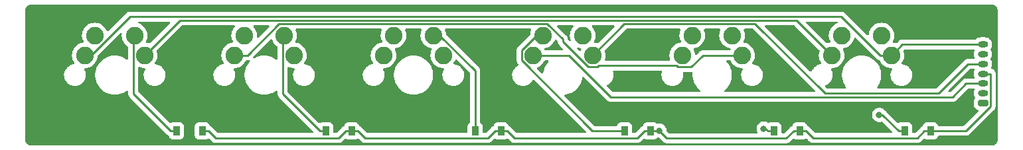
<source format=gbr>
%TF.GenerationSoftware,KiCad,Pcbnew,(6.0.2)*%
%TF.CreationDate,2022-03-15T14:51:57+03:00*%
%TF.ProjectId,kinesis-top-pcb,6b696e65-7369-4732-9d74-6f702d706362,rev?*%
%TF.SameCoordinates,Original*%
%TF.FileFunction,Copper,L1,Top*%
%TF.FilePolarity,Positive*%
%FSLAX46Y46*%
G04 Gerber Fmt 4.6, Leading zero omitted, Abs format (unit mm)*
G04 Created by KiCad (PCBNEW (6.0.2)) date 2022-03-15 14:51:57*
%MOMM*%
%LPD*%
G01*
G04 APERTURE LIST*
G04 Aperture macros list*
%AMRoundRect*
0 Rectangle with rounded corners*
0 $1 Rounding radius*
0 $2 $3 $4 $5 $6 $7 $8 $9 X,Y pos of 4 corners*
0 Add a 4 corners polygon primitive as box body*
4,1,4,$2,$3,$4,$5,$6,$7,$8,$9,$2,$3,0*
0 Add four circle primitives for the rounded corners*
1,1,$1+$1,$2,$3*
1,1,$1+$1,$4,$5*
1,1,$1+$1,$6,$7*
1,1,$1+$1,$8,$9*
0 Add four rect primitives between the rounded corners*
20,1,$1+$1,$2,$3,$4,$5,0*
20,1,$1+$1,$4,$5,$6,$7,0*
20,1,$1+$1,$6,$7,$8,$9,0*
20,1,$1+$1,$8,$9,$2,$3,0*%
G04 Aperture macros list end*
%TA.AperFunction,SMDPad,CuDef*%
%ADD10R,0.900000X1.200000*%
%TD*%
%TA.AperFunction,ComponentPad*%
%ADD11RoundRect,0.200000X0.450000X-0.200000X0.450000X0.200000X-0.450000X0.200000X-0.450000X-0.200000X0*%
%TD*%
%TA.AperFunction,ComponentPad*%
%ADD12O,1.300000X0.800000*%
%TD*%
%TA.AperFunction,ComponentPad*%
%ADD13C,2.250000*%
%TD*%
%TA.AperFunction,ViaPad*%
%ADD14C,0.800000*%
%TD*%
%TA.AperFunction,Conductor*%
%ADD15C,0.250000*%
%TD*%
G04 APERTURE END LIST*
D10*
%TO.P,D7,1*%
%TO.N,ROW_0*%
X46893800Y-58340600D03*
%TO.P,D7,2*%
%TO.N,Net-(D1-Pad2)*%
X43593800Y-58340600D03*
%TD*%
%TO.P,D8,1*%
%TO.N,ROW_0*%
X65943800Y-58340600D03*
%TO.P,D8,2*%
%TO.N,Net-(D2-Pad2)*%
X62643800Y-58340600D03*
%TD*%
%TO.P,D9,1*%
%TO.N,ROW_0*%
X84993800Y-58340600D03*
%TO.P,D9,2*%
%TO.N,Net-(D3-Pad2)*%
X81693800Y-58340600D03*
%TD*%
%TO.P,D10,1*%
%TO.N,ROW_0*%
X104044000Y-58340600D03*
%TO.P,D10,2*%
%TO.N,Net-(D10-Pad2)*%
X100744000Y-58340600D03*
%TD*%
%TO.P,D12,1*%
%TO.N,ROW_0*%
X139762000Y-58340600D03*
%TO.P,D12,2*%
%TO.N,Net-(D12-Pad2)*%
X136462000Y-58340600D03*
%TD*%
%TO.P,D11,1*%
%TO.N,ROW_0*%
X123094000Y-58340600D03*
%TO.P,D11,2*%
%TO.N,Net-(D11-Pad2)*%
X119794000Y-58340600D03*
%TD*%
D11*
%TO.P,J1,1*%
%TO.N,COL_5*%
X146447000Y-54768800D03*
D12*
%TO.P,J1,2*%
%TO.N,COL_4*%
X146447000Y-53518800D03*
%TO.P,J1,3*%
%TO.N,COL_3*%
X146447000Y-52268800D03*
%TO.P,J1,4*%
%TO.N,ROW_0*%
X146447000Y-51018800D03*
%TO.P,J1,5*%
%TO.N,COL_2*%
X146447000Y-49768800D03*
%TO.P,J1,6*%
%TO.N,COL_1*%
X146447000Y-48518800D03*
%TO.P,J1,7*%
%TO.N,COL_0*%
X146447000Y-47268800D03*
%TD*%
D13*
%TO.P,K2,1*%
%TO.N,COL_1*%
X50958800Y-48656900D03*
%TO.P,K2,2*%
%TO.N,Net-(D2-Pad2)*%
X57308800Y-46116900D03*
%TD*%
%TO.P,K3,1*%
%TO.N,COL_2*%
X70008800Y-48656900D03*
%TO.P,K3,2*%
%TO.N,Net-(D3-Pad2)*%
X76358800Y-46116900D03*
%TD*%
%TO.P,K4,1*%
%TO.N,COL_3*%
X89058800Y-48656900D03*
%TO.P,K4,2*%
%TO.N,Net-(D4-Pad2)*%
X95408800Y-46116900D03*
%TD*%
%TO.P,K5,1*%
%TO.N,COL_4*%
X108109000Y-48656900D03*
%TO.P,K5,2*%
%TO.N,Net-(D5-Pad2)*%
X114459000Y-46116900D03*
%TD*%
%TO.P,K6,1*%
%TO.N,COL_5*%
X127159000Y-48656900D03*
%TO.P,K6,2*%
%TO.N,Net-(D6-Pad2)*%
X133509000Y-46116900D03*
%TD*%
%TO.P,K1,1*%
%TO.N,COL_0*%
X31908800Y-48656900D03*
%TO.P,K1,2*%
%TO.N,Net-(D1-Pad2)*%
X38258800Y-46116900D03*
%TD*%
%TO.P,K7,1*%
%TO.N,COL_5*%
X39528800Y-48656900D03*
%TO.P,K7,2*%
%TO.N,Net-(D7-Pad2)*%
X33178800Y-46116900D03*
%TD*%
%TO.P,K8,1*%
%TO.N,COL_4*%
X58578800Y-48656900D03*
%TO.P,K8,2*%
%TO.N,Net-(D8-Pad2)*%
X52228800Y-46116900D03*
%TD*%
%TO.P,K9,1*%
%TO.N,COL_3*%
X77628800Y-48656900D03*
%TO.P,K9,2*%
%TO.N,Net-(D9-Pad2)*%
X71278800Y-46116900D03*
%TD*%
%TO.P,K10,1*%
%TO.N,COL_2*%
X96678800Y-48656900D03*
%TO.P,K10,2*%
%TO.N,Net-(D10-Pad2)*%
X90328800Y-46116900D03*
%TD*%
%TO.P,K11,1*%
%TO.N,COL_1*%
X115729000Y-48656900D03*
%TO.P,K11,2*%
%TO.N,Net-(D11-Pad2)*%
X109379000Y-46116900D03*
%TD*%
%TO.P,K12,1*%
%TO.N,COL_0*%
X134779000Y-48656900D03*
%TO.P,K12,2*%
%TO.N,Net-(D12-Pad2)*%
X128429000Y-46116900D03*
%TD*%
D14*
%TO.N,ROW_0*%
X105189800Y-58319300D03*
%TO.N,Net-(D11-Pad2)*%
X118484300Y-58056400D03*
%TO.N,Net-(D12-Pad2)*%
X133213800Y-56293600D03*
%TD*%
D15*
%TO.N,ROW_0*%
X139762000Y-58340600D02*
X138986700Y-58340600D01*
X138061400Y-59265900D02*
X124794600Y-59265900D01*
X146447000Y-51018800D02*
X147422300Y-51018800D01*
X65556200Y-58340600D02*
X65943800Y-58340600D01*
X86694500Y-59266000D02*
X102343300Y-59266000D01*
X147424200Y-51020700D02*
X147424200Y-55185000D01*
X64238300Y-59270800D02*
X48599300Y-59270800D01*
X104044000Y-58340600D02*
X104819300Y-58340600D01*
X65168500Y-58340600D02*
X64238300Y-59270800D01*
X102343300Y-59266000D02*
X103268700Y-58340600D01*
X85769100Y-58340600D02*
X86694500Y-59266000D01*
X66719100Y-58340600D02*
X67644500Y-59266000D01*
X83293100Y-59266000D02*
X84218500Y-58340600D01*
X123094000Y-58340600D02*
X123869300Y-58340600D01*
X121375600Y-59283700D02*
X106132900Y-59283700D01*
X84606200Y-58340600D02*
X84993800Y-58340600D01*
X124794600Y-59265900D02*
X123869300Y-58340600D01*
X84606200Y-58340600D02*
X84218500Y-58340600D01*
X84993800Y-58340600D02*
X85769100Y-58340600D01*
X105189800Y-58340600D02*
X105189800Y-58319300D01*
X48599300Y-59270800D02*
X47669100Y-58340600D01*
X147422300Y-51018800D02*
X147424200Y-51020700D01*
X147424200Y-55185000D02*
X144268600Y-58340600D01*
X106132900Y-59283700D02*
X105189800Y-58340600D01*
X65943800Y-58340600D02*
X66719100Y-58340600D01*
X65556200Y-58340600D02*
X65168500Y-58340600D01*
X104044000Y-58340600D02*
X103268700Y-58340600D01*
X105189800Y-58340600D02*
X104819300Y-58340600D01*
X144268600Y-58340600D02*
X139762000Y-58340600D01*
X122318700Y-58340600D02*
X121375600Y-59283700D01*
X67644500Y-59266000D02*
X83293100Y-59266000D01*
X46893800Y-58340600D02*
X47669100Y-58340600D01*
X123094000Y-58340600D02*
X122318700Y-58340600D01*
X138986700Y-58340600D02*
X138061400Y-59265900D01*
%TO.N,Net-(D1-Pad2)*%
X43593800Y-58340600D02*
X42818500Y-58340600D01*
X38072800Y-53594900D02*
X42818500Y-58340600D01*
X38258800Y-46116900D02*
X38072800Y-46302900D01*
X38072800Y-46302900D02*
X38072800Y-53594900D01*
%TO.N,Net-(D2-Pad2)*%
X57308800Y-46116900D02*
X57120800Y-46304900D01*
X57120800Y-46304900D02*
X57120800Y-53592900D01*
X57120800Y-53592900D02*
X61868500Y-58340600D01*
X62643800Y-58340600D02*
X61868500Y-58340600D01*
%TO.N,Net-(D3-Pad2)*%
X81693800Y-50643800D02*
X81693800Y-58340600D01*
X77166900Y-46116900D02*
X81693800Y-50643800D01*
X76358800Y-46116900D02*
X77166900Y-46116900D01*
%TO.N,COL_0*%
X133361000Y-48656900D02*
X134779000Y-48656900D01*
X136167100Y-47268800D02*
X146447000Y-47268800D01*
X134779000Y-48656900D02*
X136167100Y-47268800D01*
X31908800Y-48656900D02*
X32703500Y-48656900D01*
X32703500Y-48656900D02*
X37664700Y-43695700D01*
X128399800Y-43695700D02*
X133361000Y-48656900D01*
X37664700Y-43695700D02*
X128399800Y-43695700D01*
%TO.N,COL_1*%
X107368000Y-49967000D02*
X97481100Y-49967000D01*
X110727100Y-48656900D02*
X109247200Y-50136800D01*
X92868900Y-46595600D02*
X90896100Y-44622800D01*
X109247200Y-50136800D02*
X107537800Y-50136800D01*
X92868900Y-46911300D02*
X92868900Y-46595600D01*
X97481100Y-49967000D02*
X97292600Y-50155500D01*
X90896100Y-44622800D02*
X56688500Y-44622800D01*
X97292600Y-50155500D02*
X96113100Y-50155500D01*
X96113100Y-50155500D02*
X92868900Y-46911300D01*
X115729000Y-48656900D02*
X110727100Y-48656900D01*
X107537800Y-50136800D02*
X107368000Y-49967000D01*
X52654400Y-48656900D02*
X50958800Y-48656900D01*
X56688500Y-44622800D02*
X52654400Y-48656900D01*
%TO.N,COL_2*%
X117393000Y-44623000D02*
X126290500Y-53520500D01*
X140779500Y-53520500D02*
X144531200Y-49768800D01*
X96678800Y-48656900D02*
X100712700Y-44623000D01*
X100712700Y-44623000D02*
X117393000Y-44623000D01*
X144531200Y-49768800D02*
X146447000Y-49768800D01*
X126290500Y-53520500D02*
X140779500Y-53520500D01*
%TO.N,COL_3*%
X93642100Y-48656900D02*
X98982800Y-53997600D01*
X144319300Y-52268800D02*
X146447000Y-52268800D01*
X89058800Y-48656900D02*
X93642100Y-48656900D01*
X142590500Y-53997600D02*
X144319300Y-52268800D01*
X98982800Y-53997600D02*
X142590500Y-53997600D01*
%TO.N,COL_5*%
X122674500Y-44172400D02*
X127159000Y-48656900D01*
X44013300Y-44172400D02*
X122674500Y-44172400D01*
X39528800Y-48656900D02*
X44013300Y-44172400D01*
%TO.N,Net-(D10-Pad2)*%
X90328800Y-46116900D02*
X89524900Y-46116900D01*
X87604900Y-49292300D02*
X96653200Y-58340600D01*
X87604900Y-48036900D02*
X87604900Y-49292300D01*
X89524900Y-46116900D02*
X87604900Y-48036900D01*
X96653200Y-58340600D02*
X100744000Y-58340600D01*
%TO.N,Net-(D11-Pad2)*%
X118734500Y-58056400D02*
X119018700Y-58340600D01*
X119794000Y-58340600D02*
X119018700Y-58340600D01*
X118484300Y-58056400D02*
X118734500Y-58056400D01*
%TO.N,Net-(D12-Pad2)*%
X133639700Y-56293600D02*
X135686700Y-58340600D01*
X136462000Y-58340600D02*
X135686700Y-58340600D01*
X133213800Y-56293600D02*
X133639700Y-56293600D01*
%TD*%
%TA.AperFunction,NonConductor*%
G36*
X55373427Y-44825902D02*
G01*
X55419920Y-44879558D01*
X55430024Y-44949832D01*
X55400530Y-45014412D01*
X55394401Y-45020995D01*
X54072024Y-46343371D01*
X54009712Y-46377397D01*
X53938896Y-46372332D01*
X53882061Y-46329785D01*
X53857250Y-46263265D01*
X53857317Y-46244390D01*
X53857483Y-46242292D01*
X53867351Y-46116900D01*
X53847178Y-45860574D01*
X53841395Y-45836483D01*
X53788310Y-45615372D01*
X53787155Y-45610560D01*
X53785261Y-45605987D01*
X53690655Y-45377587D01*
X53690653Y-45377583D01*
X53688760Y-45373013D01*
X53680742Y-45359928D01*
X53641959Y-45296641D01*
X53554416Y-45153784D01*
X53434799Y-45013730D01*
X53405768Y-44948941D01*
X53416373Y-44878741D01*
X53463248Y-44825418D01*
X53530610Y-44805900D01*
X55305306Y-44805900D01*
X55373427Y-44825902D01*
G37*
%TD.AperFunction*%
%TA.AperFunction,NonConductor*%
G36*
X94175111Y-44825902D02*
G01*
X94221604Y-44879558D01*
X94231708Y-44949832D01*
X94202801Y-45013730D01*
X94083184Y-45153784D01*
X93995641Y-45296641D01*
X93956859Y-45359928D01*
X93948840Y-45373013D01*
X93946947Y-45377583D01*
X93946945Y-45377587D01*
X93852339Y-45605987D01*
X93850445Y-45610560D01*
X93849290Y-45615372D01*
X93796206Y-45836483D01*
X93790422Y-45860574D01*
X93770249Y-46116900D01*
X93790422Y-46373226D01*
X93791576Y-46378033D01*
X93791577Y-46378039D01*
X93817999Y-46488093D01*
X93850445Y-46623240D01*
X93872283Y-46675962D01*
X93879872Y-46746550D01*
X93848093Y-46810037D01*
X93787035Y-46846265D01*
X93716084Y-46843731D01*
X93666779Y-46813274D01*
X93539729Y-46686224D01*
X93505703Y-46623912D01*
X93502886Y-46601089D01*
X93502462Y-46587604D01*
X93502400Y-46583644D01*
X93502400Y-46555744D01*
X93501896Y-46551753D01*
X93500963Y-46539911D01*
X93500541Y-46526459D01*
X93499574Y-46495711D01*
X93493921Y-46476252D01*
X93489912Y-46456893D01*
X93489746Y-46455583D01*
X93487374Y-46436803D01*
X93484458Y-46429437D01*
X93484456Y-46429431D01*
X93471100Y-46395698D01*
X93467255Y-46384468D01*
X93457130Y-46349617D01*
X93457130Y-46349616D01*
X93454919Y-46342007D01*
X93444605Y-46324566D01*
X93435908Y-46306813D01*
X93431372Y-46295358D01*
X93428452Y-46287983D01*
X93402463Y-46252212D01*
X93395947Y-46242292D01*
X93377478Y-46211063D01*
X93373442Y-46204238D01*
X93359121Y-46189917D01*
X93346280Y-46174883D01*
X93339031Y-46164906D01*
X93334372Y-46158493D01*
X93300295Y-46130302D01*
X93291516Y-46122312D01*
X92190200Y-45020995D01*
X92156174Y-44958683D01*
X92161239Y-44887867D01*
X92203786Y-44831032D01*
X92270306Y-44806221D01*
X92279295Y-44805900D01*
X94106990Y-44805900D01*
X94175111Y-44825902D01*
G37*
%TD.AperFunction*%
%TA.AperFunction,NonConductor*%
G36*
X99397827Y-44825902D02*
G01*
X99444320Y-44879558D01*
X99454424Y-44949832D01*
X99424930Y-45014412D01*
X99418801Y-45020995D01*
X97355059Y-47084737D01*
X97292747Y-47118763D01*
X97217747Y-47112051D01*
X97185140Y-47098545D01*
X97033877Y-47062230D01*
X96950330Y-47042172D01*
X96888761Y-47006820D01*
X96856078Y-46943793D01*
X96862659Y-46873102D01*
X96866733Y-46864095D01*
X96868760Y-46860787D01*
X96947602Y-46670446D01*
X96965261Y-46627813D01*
X96965263Y-46627808D01*
X96967155Y-46623240D01*
X96999601Y-46488093D01*
X97026023Y-46378039D01*
X97026024Y-46378033D01*
X97027178Y-46373226D01*
X97047351Y-46116900D01*
X97027178Y-45860574D01*
X97021395Y-45836483D01*
X96968310Y-45615372D01*
X96967155Y-45610560D01*
X96965261Y-45605987D01*
X96870655Y-45377587D01*
X96870653Y-45377583D01*
X96868760Y-45373013D01*
X96860742Y-45359928D01*
X96821959Y-45296641D01*
X96734416Y-45153784D01*
X96614799Y-45013730D01*
X96585768Y-44948941D01*
X96596373Y-44878741D01*
X96643248Y-44825418D01*
X96710610Y-44805900D01*
X99329706Y-44805900D01*
X99397827Y-44825902D01*
G37*
%TD.AperFunction*%
%TA.AperFunction,NonConductor*%
G36*
X42724527Y-44349202D02*
G01*
X42771020Y-44402858D01*
X42781124Y-44473132D01*
X42751630Y-44537712D01*
X42745501Y-44544295D01*
X40205059Y-47084737D01*
X40142747Y-47118763D01*
X40067747Y-47112051D01*
X40035140Y-47098545D01*
X39883877Y-47062230D01*
X39800330Y-47042172D01*
X39738761Y-47006820D01*
X39706078Y-46943793D01*
X39712659Y-46873102D01*
X39716733Y-46864095D01*
X39718760Y-46860787D01*
X39797602Y-46670446D01*
X39815261Y-46627813D01*
X39815263Y-46627808D01*
X39817155Y-46623240D01*
X39849601Y-46488093D01*
X39876023Y-46378039D01*
X39876024Y-46378033D01*
X39877178Y-46373226D01*
X39897351Y-46116900D01*
X39877178Y-45860574D01*
X39871395Y-45836483D01*
X39818310Y-45615372D01*
X39817155Y-45610560D01*
X39815261Y-45605987D01*
X39720655Y-45377587D01*
X39720653Y-45377583D01*
X39718760Y-45373013D01*
X39710742Y-45359928D01*
X39671959Y-45296641D01*
X39584416Y-45153784D01*
X39417431Y-44958269D01*
X39221916Y-44791284D01*
X39002687Y-44656940D01*
X38998117Y-44655047D01*
X38998113Y-44655045D01*
X38796679Y-44571609D01*
X38741398Y-44527061D01*
X38718977Y-44459697D01*
X38736535Y-44390906D01*
X38788497Y-44342528D01*
X38844897Y-44329200D01*
X42656406Y-44329200D01*
X42724527Y-44349202D01*
G37*
%TD.AperFunction*%
%TA.AperFunction,NonConductor*%
G36*
X127911024Y-44349202D02*
G01*
X127957517Y-44402858D01*
X127967621Y-44473132D01*
X127938127Y-44537712D01*
X127891121Y-44571609D01*
X127689687Y-44655045D01*
X127689683Y-44655047D01*
X127685113Y-44656940D01*
X127465884Y-44791284D01*
X127270369Y-44958269D01*
X127103384Y-45153784D01*
X127015841Y-45296641D01*
X126977059Y-45359928D01*
X126969040Y-45373013D01*
X126967147Y-45377583D01*
X126967145Y-45377587D01*
X126872539Y-45605987D01*
X126870645Y-45610560D01*
X126869490Y-45615372D01*
X126816406Y-45836483D01*
X126810622Y-45860574D01*
X126790449Y-46116900D01*
X126810622Y-46373226D01*
X126811776Y-46378033D01*
X126811777Y-46378039D01*
X126838199Y-46488093D01*
X126870645Y-46623240D01*
X126872537Y-46627808D01*
X126872539Y-46627813D01*
X126890198Y-46670446D01*
X126969040Y-46860787D01*
X126970441Y-46863074D01*
X126983427Y-46932231D01*
X126956724Y-46998015D01*
X126898696Y-47038919D01*
X126887470Y-47042172D01*
X126803923Y-47062230D01*
X126652660Y-47098545D01*
X126620053Y-47112051D01*
X126549465Y-47119640D01*
X126482741Y-47084737D01*
X123942300Y-44544295D01*
X123908274Y-44481983D01*
X123913339Y-44411167D01*
X123955886Y-44354332D01*
X124022406Y-44329521D01*
X124031395Y-44329200D01*
X127842903Y-44329200D01*
X127911024Y-44349202D01*
G37*
%TD.AperFunction*%
%TA.AperFunction,NonConductor*%
G36*
X92028933Y-46657071D02*
G01*
X92053734Y-46676338D01*
X92198071Y-46820675D01*
X92232097Y-46882987D01*
X92234914Y-46905807D01*
X92235338Y-46919282D01*
X92235400Y-46923245D01*
X92235400Y-46951156D01*
X92235897Y-46955090D01*
X92235897Y-46955091D01*
X92235905Y-46955156D01*
X92236838Y-46966993D01*
X92238227Y-47011189D01*
X92242345Y-47025362D01*
X92243878Y-47030639D01*
X92247887Y-47050000D01*
X92250426Y-47070097D01*
X92253345Y-47077468D01*
X92253345Y-47077470D01*
X92266704Y-47111212D01*
X92270549Y-47122442D01*
X92282882Y-47164893D01*
X92286915Y-47171712D01*
X92286917Y-47171717D01*
X92293193Y-47182328D01*
X92301888Y-47200076D01*
X92309348Y-47218917D01*
X92314010Y-47225333D01*
X92314010Y-47225334D01*
X92335336Y-47254687D01*
X92341852Y-47264607D01*
X92348313Y-47275531D01*
X92364358Y-47302662D01*
X92378679Y-47316983D01*
X92391519Y-47332016D01*
X92403428Y-47348407D01*
X92409534Y-47353458D01*
X92437505Y-47376598D01*
X92446284Y-47384588D01*
X92870001Y-47808305D01*
X92904027Y-47870617D01*
X92898962Y-47941432D01*
X92856415Y-47998268D01*
X92789895Y-48023079D01*
X92780906Y-48023400D01*
X90648674Y-48023400D01*
X90580553Y-48003398D01*
X90532265Y-47945617D01*
X90520656Y-47917590D01*
X90520655Y-47917589D01*
X90518760Y-47913013D01*
X90517359Y-47910726D01*
X90504373Y-47841569D01*
X90531076Y-47775785D01*
X90589104Y-47734881D01*
X90600330Y-47731628D01*
X90781982Y-47688017D01*
X90835140Y-47675255D01*
X90843677Y-47671719D01*
X91068113Y-47578755D01*
X91068117Y-47578753D01*
X91072687Y-47576860D01*
X91291916Y-47442516D01*
X91487431Y-47275531D01*
X91654416Y-47080016D01*
X91788760Y-46860787D01*
X91806451Y-46818078D01*
X91848230Y-46717215D01*
X91892779Y-46661934D01*
X91960142Y-46639513D01*
X92028933Y-46657071D01*
G37*
%TD.AperFunction*%
%TA.AperFunction,NonConductor*%
G36*
X94849737Y-47653417D02*
G01*
X94902460Y-47675255D01*
X94955618Y-47688017D01*
X95137270Y-47731628D01*
X95198839Y-47766980D01*
X95231522Y-47830007D01*
X95224941Y-47900698D01*
X95220867Y-47909705D01*
X95218840Y-47913013D01*
X95205335Y-47945617D01*
X95158521Y-48058635D01*
X95113972Y-48113916D01*
X95046609Y-48136337D01*
X94977818Y-48118779D01*
X94953017Y-48099512D01*
X94712426Y-47858921D01*
X94678400Y-47796609D01*
X94683465Y-47725794D01*
X94726012Y-47668958D01*
X94792532Y-47644147D01*
X94849737Y-47653417D01*
G37*
%TD.AperFunction*%
%TA.AperFunction,NonConductor*%
G36*
X112926850Y-45276502D02*
G01*
X112973343Y-45330158D01*
X112983447Y-45400432D01*
X112975138Y-45430718D01*
X112907579Y-45593821D01*
X112900645Y-45610560D01*
X112899490Y-45615372D01*
X112846406Y-45836483D01*
X112840622Y-45860574D01*
X112820449Y-46116900D01*
X112840622Y-46373226D01*
X112841776Y-46378033D01*
X112841777Y-46378039D01*
X112868199Y-46488093D01*
X112900645Y-46623240D01*
X112902537Y-46627808D01*
X112902539Y-46627813D01*
X112997037Y-46855951D01*
X112999040Y-46860787D01*
X113133384Y-47080016D01*
X113300369Y-47275531D01*
X113495884Y-47442516D01*
X113715113Y-47576860D01*
X113719683Y-47578753D01*
X113719687Y-47578755D01*
X113944123Y-47671719D01*
X113952660Y-47675255D01*
X114005818Y-47688017D01*
X114187470Y-47731628D01*
X114249039Y-47766980D01*
X114281722Y-47830007D01*
X114275141Y-47900698D01*
X114271067Y-47909705D01*
X114269040Y-47913013D01*
X114267145Y-47917589D01*
X114267144Y-47917590D01*
X114255535Y-47945617D01*
X114210988Y-48000898D01*
X114139126Y-48023400D01*
X110805868Y-48023400D01*
X110794685Y-48022873D01*
X110787192Y-48021198D01*
X110779266Y-48021447D01*
X110779265Y-48021447D01*
X110719102Y-48023338D01*
X110715144Y-48023400D01*
X110687244Y-48023400D01*
X110683254Y-48023904D01*
X110671420Y-48024836D01*
X110627211Y-48026226D01*
X110619595Y-48028439D01*
X110619593Y-48028439D01*
X110607752Y-48031879D01*
X110588393Y-48035888D01*
X110587083Y-48036054D01*
X110568303Y-48038426D01*
X110560937Y-48041342D01*
X110560931Y-48041344D01*
X110527198Y-48054700D01*
X110515968Y-48058545D01*
X110487640Y-48066775D01*
X110473507Y-48070881D01*
X110466684Y-48074916D01*
X110456066Y-48081195D01*
X110438313Y-48089892D01*
X110430668Y-48092919D01*
X110419483Y-48097348D01*
X110413068Y-48102009D01*
X110383712Y-48123337D01*
X110373795Y-48129851D01*
X110335738Y-48152358D01*
X110321417Y-48166679D01*
X110306384Y-48179519D01*
X110289993Y-48191428D01*
X110284942Y-48197534D01*
X110261802Y-48225505D01*
X110253812Y-48234284D01*
X109946917Y-48541179D01*
X109884605Y-48575205D01*
X109813790Y-48570140D01*
X109756954Y-48527593D01*
X109732210Y-48461970D01*
X109729687Y-48429916D01*
X109727378Y-48400574D01*
X109667355Y-48150560D01*
X109665461Y-48145986D01*
X109587126Y-47956870D01*
X109568960Y-47913013D01*
X109567559Y-47910726D01*
X109554573Y-47841569D01*
X109581276Y-47775785D01*
X109639304Y-47734881D01*
X109650530Y-47731628D01*
X109832182Y-47688017D01*
X109885340Y-47675255D01*
X109893877Y-47671719D01*
X110118313Y-47578755D01*
X110118317Y-47578753D01*
X110122887Y-47576860D01*
X110342116Y-47442516D01*
X110537631Y-47275531D01*
X110704616Y-47080016D01*
X110838960Y-46860787D01*
X110840964Y-46855951D01*
X110935461Y-46627813D01*
X110935463Y-46627808D01*
X110937355Y-46623240D01*
X110969801Y-46488093D01*
X110996223Y-46378039D01*
X110996224Y-46378033D01*
X110997378Y-46373226D01*
X111017551Y-46116900D01*
X110997378Y-45860574D01*
X110991595Y-45836483D01*
X110938510Y-45615372D01*
X110937355Y-45610560D01*
X110930422Y-45593821D01*
X110862862Y-45430718D01*
X110855273Y-45360128D01*
X110887052Y-45296641D01*
X110948110Y-45260414D01*
X110979271Y-45256500D01*
X112858729Y-45256500D01*
X112926850Y-45276502D01*
G37*
%TD.AperFunction*%
%TA.AperFunction,NonConductor*%
G36*
X55701470Y-46609900D02*
G01*
X55758306Y-46652447D01*
X55773847Y-46679738D01*
X55846837Y-46855951D01*
X55848840Y-46860787D01*
X55983184Y-47080016D01*
X56150169Y-47275531D01*
X56345684Y-47442516D01*
X56427136Y-47492430D01*
X56474767Y-47545078D01*
X56487300Y-47599862D01*
X56487300Y-49103098D01*
X56467298Y-49171219D01*
X56413642Y-49217712D01*
X56343368Y-49227816D01*
X56280984Y-49200182D01*
X56257279Y-49180571D01*
X56242582Y-49168413D01*
X55976724Y-48999694D01*
X55973145Y-48998010D01*
X55973138Y-48998006D01*
X55695406Y-48867316D01*
X55695402Y-48867314D01*
X55691816Y-48865627D01*
X55392352Y-48768325D01*
X55083054Y-48709323D01*
X54989500Y-48703437D01*
X54849442Y-48694625D01*
X54849426Y-48694624D01*
X54847447Y-48694500D01*
X54690153Y-48694500D01*
X54688174Y-48694624D01*
X54688158Y-48694625D01*
X54548100Y-48703437D01*
X54454546Y-48709323D01*
X54145248Y-48768325D01*
X53845784Y-48865627D01*
X53842198Y-48867314D01*
X53842194Y-48867316D01*
X53564462Y-48998006D01*
X53564455Y-48998010D01*
X53560876Y-48999694D01*
X53557530Y-49001818D01*
X53557529Y-49001818D01*
X53557381Y-49001912D01*
X53557333Y-49001926D01*
X53554064Y-49003723D01*
X53553657Y-49002982D01*
X53489147Y-49021525D01*
X53421142Y-49001134D01*
X53374956Y-48947214D01*
X53365254Y-48876883D01*
X53395115Y-48812472D01*
X53400772Y-48806432D01*
X55568343Y-46638861D01*
X55630655Y-46604835D01*
X55701470Y-46609900D01*
G37*
%TD.AperFunction*%
%TA.AperFunction,NonConductor*%
G36*
X107846850Y-45276502D02*
G01*
X107893343Y-45330158D01*
X107903447Y-45400432D01*
X107895138Y-45430718D01*
X107827579Y-45593821D01*
X107820645Y-45610560D01*
X107819490Y-45615372D01*
X107766406Y-45836483D01*
X107760622Y-45860574D01*
X107740449Y-46116900D01*
X107760622Y-46373226D01*
X107761776Y-46378033D01*
X107761777Y-46378039D01*
X107788199Y-46488093D01*
X107820645Y-46623240D01*
X107822537Y-46627808D01*
X107822539Y-46627813D01*
X107840198Y-46670446D01*
X107919040Y-46860787D01*
X107920441Y-46863074D01*
X107933427Y-46932231D01*
X107906724Y-46998015D01*
X107848696Y-47038919D01*
X107837470Y-47042172D01*
X107753923Y-47062230D01*
X107602660Y-47098545D01*
X107598089Y-47100438D01*
X107598087Y-47100439D01*
X107369687Y-47195045D01*
X107369683Y-47195047D01*
X107365113Y-47196940D01*
X107145884Y-47331284D01*
X106950369Y-47498269D01*
X106783384Y-47693784D01*
X106649040Y-47913013D01*
X106647147Y-47917583D01*
X106647145Y-47917587D01*
X106552539Y-48145987D01*
X106550645Y-48150560D01*
X106490622Y-48400574D01*
X106470449Y-48656900D01*
X106490622Y-48913226D01*
X106491776Y-48918033D01*
X106491777Y-48918039D01*
X106511917Y-49001926D01*
X106550645Y-49163240D01*
X106552541Y-49167818D01*
X106552783Y-49168562D01*
X106554811Y-49239530D01*
X106518149Y-49300328D01*
X106454438Y-49331654D01*
X106432950Y-49333500D01*
X98354850Y-49333500D01*
X98286729Y-49313498D01*
X98240236Y-49259842D01*
X98230132Y-49189568D01*
X98235017Y-49168562D01*
X98235259Y-49167818D01*
X98237155Y-49163240D01*
X98275883Y-49001926D01*
X98296023Y-48918039D01*
X98296024Y-48918033D01*
X98297178Y-48913226D01*
X98317351Y-48656900D01*
X98297178Y-48400574D01*
X98237155Y-48150560D01*
X98223649Y-48117953D01*
X98216060Y-48047365D01*
X98250963Y-47980641D01*
X99583817Y-46647788D01*
X100938200Y-45293405D01*
X101000512Y-45259379D01*
X101027295Y-45256500D01*
X107778729Y-45256500D01*
X107846850Y-45276502D01*
G37*
%TD.AperFunction*%
%TA.AperFunction,NonConductor*%
G36*
X122428027Y-44825902D02*
G01*
X122449001Y-44842805D01*
X125586837Y-47980641D01*
X125620863Y-48042953D01*
X125614151Y-48117953D01*
X125600645Y-48150560D01*
X125540622Y-48400574D01*
X125520449Y-48656900D01*
X125540622Y-48913226D01*
X125541776Y-48918033D01*
X125541777Y-48918039D01*
X125561917Y-49001926D01*
X125600645Y-49163240D01*
X125602538Y-49167811D01*
X125602539Y-49167813D01*
X125697144Y-49396209D01*
X125699040Y-49400787D01*
X125833384Y-49620016D01*
X125834919Y-49621814D01*
X125858541Y-49687998D01*
X125842467Y-49757151D01*
X125791558Y-49806636D01*
X125743401Y-49820752D01*
X125660363Y-49827798D01*
X125660359Y-49827799D01*
X125655052Y-49828249D01*
X125649897Y-49829587D01*
X125649891Y-49829588D01*
X125516202Y-49864287D01*
X125427794Y-49887233D01*
X125422928Y-49889425D01*
X125422925Y-49889426D01*
X125218583Y-49981476D01*
X125218580Y-49981477D01*
X125213722Y-49983666D01*
X125018959Y-50114788D01*
X125015102Y-50118467D01*
X125015100Y-50118469D01*
X125007351Y-50125861D01*
X124849073Y-50276851D01*
X124708922Y-50465221D01*
X124706506Y-50469972D01*
X124706504Y-50469976D01*
X124620506Y-50639122D01*
X124602513Y-50674512D01*
X124600931Y-50679607D01*
X124598923Y-50684552D01*
X124596693Y-50683647D01*
X124562989Y-50734351D01*
X124497960Y-50762843D01*
X124427851Y-50751654D01*
X124392863Y-50726958D01*
X118686900Y-45020995D01*
X118652874Y-44958683D01*
X118657939Y-44887868D01*
X118700486Y-44831032D01*
X118767006Y-44806221D01*
X118775995Y-44805900D01*
X122359906Y-44805900D01*
X122428027Y-44825902D01*
G37*
%TD.AperFunction*%
%TA.AperFunction,NonConductor*%
G36*
X91003279Y-49310402D02*
G01*
X91049772Y-49364058D01*
X91059876Y-49434332D01*
X91027008Y-49502653D01*
X90936855Y-49598656D01*
X90934528Y-49601858D01*
X90934527Y-49601860D01*
X90921664Y-49619564D01*
X90751776Y-49853396D01*
X90749869Y-49856865D01*
X90749867Y-49856868D01*
X90606051Y-50118469D01*
X90600084Y-50129323D01*
X90536269Y-50290501D01*
X90491182Y-50404378D01*
X90484170Y-50422087D01*
X90405864Y-50727070D01*
X90385491Y-50888346D01*
X90385352Y-50889443D01*
X90356971Y-50954519D01*
X90297911Y-50993921D01*
X90226925Y-50995138D01*
X90171251Y-50962746D01*
X89598510Y-50390005D01*
X89564484Y-50327693D01*
X89569549Y-50256878D01*
X89612096Y-50200042D01*
X89639387Y-50184501D01*
X89798113Y-50118755D01*
X89798117Y-50118753D01*
X89802687Y-50116860D01*
X90021916Y-49982516D01*
X90217431Y-49815531D01*
X90384416Y-49620016D01*
X90518760Y-49400787D01*
X90520655Y-49396213D01*
X90520657Y-49396209D01*
X90532265Y-49368183D01*
X90576812Y-49312902D01*
X90648674Y-49290400D01*
X90935158Y-49290400D01*
X91003279Y-49310402D01*
G37*
%TD.AperFunction*%
%TA.AperFunction,NonConductor*%
G36*
X130189876Y-46396233D02*
G01*
X130232420Y-46424224D01*
X132857343Y-49049147D01*
X132864887Y-49057437D01*
X132869000Y-49063918D01*
X132874777Y-49069343D01*
X132918667Y-49110558D01*
X132921509Y-49113313D01*
X132941230Y-49133034D01*
X132944425Y-49135512D01*
X132953447Y-49143218D01*
X132985679Y-49173486D01*
X132992628Y-49177306D01*
X133003432Y-49183246D01*
X133019956Y-49194099D01*
X133035959Y-49206513D01*
X133076543Y-49224076D01*
X133087173Y-49229283D01*
X133125940Y-49250595D01*
X133133617Y-49252566D01*
X133133622Y-49252568D01*
X133145558Y-49255632D01*
X133164266Y-49262037D01*
X133182855Y-49270081D01*
X133190683Y-49271321D01*
X133190690Y-49271323D01*
X133200968Y-49272951D01*
X133265121Y-49303364D01*
X133297664Y-49349181D01*
X133317144Y-49396209D01*
X133319040Y-49400787D01*
X133453384Y-49620016D01*
X133620369Y-49815531D01*
X133815884Y-49982516D01*
X134035113Y-50116860D01*
X134039683Y-50118753D01*
X134039687Y-50118755D01*
X134251989Y-50206693D01*
X134272660Y-50215255D01*
X134338655Y-50231099D01*
X134517861Y-50274123D01*
X134517867Y-50274124D01*
X134522674Y-50275278D01*
X134760644Y-50294006D01*
X134826984Y-50319291D01*
X134869124Y-50376429D01*
X134873683Y-50447279D01*
X134863074Y-50476723D01*
X134782178Y-50635833D01*
X134762513Y-50674512D01*
X134692889Y-50898740D01*
X134692188Y-50904029D01*
X134663464Y-51120744D01*
X134662039Y-51131493D01*
X134670848Y-51366116D01*
X134671943Y-51371334D01*
X134704903Y-51528418D01*
X134719062Y-51595901D01*
X134805302Y-51814277D01*
X134927104Y-52015000D01*
X135080985Y-52192332D01*
X135085117Y-52195720D01*
X135258416Y-52337817D01*
X135258422Y-52337821D01*
X135262544Y-52341201D01*
X135267180Y-52343840D01*
X135267183Y-52343842D01*
X135378408Y-52407155D01*
X135466590Y-52457351D01*
X135687289Y-52537461D01*
X135692538Y-52538410D01*
X135692541Y-52538411D01*
X135773615Y-52553071D01*
X135918330Y-52579240D01*
X135922469Y-52579435D01*
X135922476Y-52579436D01*
X135941440Y-52580330D01*
X135941449Y-52580330D01*
X135942929Y-52580400D01*
X136107950Y-52580400D01*
X136189299Y-52573497D01*
X136277637Y-52566002D01*
X136277641Y-52566001D01*
X136282948Y-52565551D01*
X136288103Y-52564213D01*
X136288109Y-52564212D01*
X136492475Y-52511169D01*
X136510206Y-52506567D01*
X136515072Y-52504375D01*
X136515075Y-52504374D01*
X136719417Y-52412324D01*
X136719420Y-52412323D01*
X136724278Y-52410134D01*
X136919041Y-52279012D01*
X137088927Y-52116949D01*
X137229078Y-51928579D01*
X137231501Y-51923815D01*
X137333069Y-51724044D01*
X137333069Y-51724043D01*
X137335487Y-51719288D01*
X137405111Y-51495060D01*
X137422202Y-51366116D01*
X137435261Y-51267590D01*
X137435261Y-51267587D01*
X137435961Y-51262307D01*
X137427152Y-51027684D01*
X137401241Y-50904194D01*
X137380035Y-50803126D01*
X137380034Y-50803123D01*
X137378938Y-50797899D01*
X137292698Y-50579523D01*
X137240114Y-50492868D01*
X137173664Y-50383361D01*
X137173662Y-50383358D01*
X137170896Y-50378800D01*
X137017015Y-50201468D01*
X136961114Y-50155632D01*
X136839584Y-50055983D01*
X136839578Y-50055979D01*
X136835456Y-50052599D01*
X136830820Y-50049960D01*
X136830817Y-50049958D01*
X136636053Y-49939092D01*
X136631410Y-49936449D01*
X136410711Y-49856339D01*
X136405462Y-49855390D01*
X136405459Y-49855389D01*
X136185440Y-49815603D01*
X136121966Y-49783799D01*
X136085763Y-49722726D01*
X136088325Y-49651776D01*
X136104650Y-49620037D01*
X136104616Y-49620016D01*
X136104893Y-49619564D01*
X136238960Y-49400787D01*
X136240857Y-49396209D01*
X136335461Y-49167813D01*
X136335462Y-49167811D01*
X136337355Y-49163240D01*
X136376083Y-49001926D01*
X136396223Y-48918039D01*
X136396224Y-48918033D01*
X136397378Y-48913226D01*
X136417551Y-48656900D01*
X136397378Y-48400574D01*
X136337355Y-48150560D01*
X136323850Y-48117955D01*
X136316260Y-48047367D01*
X136351164Y-47980640D01*
X136363944Y-47967861D01*
X136392601Y-47939203D01*
X136454914Y-47905179D01*
X136481696Y-47902300D01*
X145282983Y-47902300D01*
X145351104Y-47922302D01*
X145397597Y-47975958D01*
X145407701Y-48046232D01*
X145398090Y-48079549D01*
X145333107Y-48225505D01*
X145328206Y-48236512D01*
X145308353Y-48329913D01*
X145292285Y-48405508D01*
X145288500Y-48423313D01*
X145288500Y-48614287D01*
X145289872Y-48620739D01*
X145289872Y-48620744D01*
X145302580Y-48680530D01*
X145328206Y-48801088D01*
X145330891Y-48807118D01*
X145330891Y-48807119D01*
X145398090Y-48958051D01*
X145407524Y-49028418D01*
X145377417Y-49092715D01*
X145317329Y-49130529D01*
X145282983Y-49135300D01*
X144609967Y-49135300D01*
X144598784Y-49134773D01*
X144591291Y-49133098D01*
X144583365Y-49133347D01*
X144583364Y-49133347D01*
X144523214Y-49135238D01*
X144519255Y-49135300D01*
X144491344Y-49135300D01*
X144487410Y-49135797D01*
X144487409Y-49135797D01*
X144487344Y-49135805D01*
X144475507Y-49136738D01*
X144443249Y-49137752D01*
X144439230Y-49137878D01*
X144431311Y-49138127D01*
X144411857Y-49143779D01*
X144392500Y-49147787D01*
X144380270Y-49149332D01*
X144380269Y-49149332D01*
X144372403Y-49150326D01*
X144365032Y-49153245D01*
X144365030Y-49153245D01*
X144331288Y-49166604D01*
X144320058Y-49170449D01*
X144285217Y-49180571D01*
X144285216Y-49180571D01*
X144277607Y-49182782D01*
X144270788Y-49186815D01*
X144270783Y-49186817D01*
X144260172Y-49193093D01*
X144242424Y-49201788D01*
X144223583Y-49209248D01*
X144217167Y-49213910D01*
X144217166Y-49213910D01*
X144187813Y-49235236D01*
X144177893Y-49241752D01*
X144146665Y-49260220D01*
X144146662Y-49260222D01*
X144139838Y-49264258D01*
X144125517Y-49278579D01*
X144110484Y-49291419D01*
X144094093Y-49303328D01*
X144066989Y-49336091D01*
X144065902Y-49337405D01*
X144057912Y-49346184D01*
X140554000Y-52850095D01*
X140491688Y-52884121D01*
X140464905Y-52887000D01*
X133081496Y-52887000D01*
X133013375Y-52866998D01*
X132966882Y-52813342D01*
X132956778Y-52743068D01*
X132979560Y-52686939D01*
X133057095Y-52580222D01*
X133086024Y-52540404D01*
X133103889Y-52507909D01*
X133235813Y-52267939D01*
X133235814Y-52267936D01*
X133237716Y-52264477D01*
X133353630Y-51971713D01*
X133431936Y-51666730D01*
X133471400Y-51354338D01*
X133471400Y-51039462D01*
X133431936Y-50727070D01*
X133353630Y-50422087D01*
X133346619Y-50404378D01*
X133301531Y-50290501D01*
X133237716Y-50129323D01*
X133231749Y-50118469D01*
X133087933Y-49856868D01*
X133087931Y-49856865D01*
X133086024Y-49853396D01*
X132916136Y-49619564D01*
X132903273Y-49601860D01*
X132903272Y-49601858D01*
X132900945Y-49598656D01*
X132685398Y-49369122D01*
X132442782Y-49168413D01*
X132176924Y-48999694D01*
X132173345Y-48998010D01*
X132173338Y-48998006D01*
X131895606Y-48867316D01*
X131895602Y-48867314D01*
X131892016Y-48865627D01*
X131592552Y-48768325D01*
X131283254Y-48709323D01*
X131189700Y-48703437D01*
X131049642Y-48694625D01*
X131049626Y-48694624D01*
X131047647Y-48694500D01*
X130890353Y-48694500D01*
X130888374Y-48694624D01*
X130888358Y-48694625D01*
X130748300Y-48703437D01*
X130654746Y-48709323D01*
X130345448Y-48768325D01*
X130045984Y-48865627D01*
X130042398Y-48867314D01*
X130042394Y-48867316D01*
X129764662Y-48998006D01*
X129764655Y-48998010D01*
X129761076Y-48999694D01*
X129495218Y-49168413D01*
X129252602Y-49369122D01*
X129037055Y-49598656D01*
X129034728Y-49601858D01*
X129034727Y-49601860D01*
X129021864Y-49619564D01*
X128851976Y-49853396D01*
X128850069Y-49856865D01*
X128850067Y-49856868D01*
X128706251Y-50118469D01*
X128700284Y-50129323D01*
X128636469Y-50290501D01*
X128591382Y-50404378D01*
X128584370Y-50422087D01*
X128506064Y-50727070D01*
X128466600Y-51039462D01*
X128466600Y-51354338D01*
X128506064Y-51666730D01*
X128584370Y-51971713D01*
X128700284Y-52264477D01*
X128702186Y-52267936D01*
X128702187Y-52267939D01*
X128834112Y-52507909D01*
X128851976Y-52540404D01*
X128880906Y-52580222D01*
X128958440Y-52686939D01*
X128982299Y-52753807D01*
X128966218Y-52822958D01*
X128915304Y-52872439D01*
X128856504Y-52887000D01*
X126605095Y-52887000D01*
X126536974Y-52866998D01*
X126516000Y-52850095D01*
X126356701Y-52690796D01*
X126322675Y-52628484D01*
X126327740Y-52557669D01*
X126370287Y-52500833D01*
X126394045Y-52486819D01*
X126559417Y-52412324D01*
X126559420Y-52412323D01*
X126564278Y-52410134D01*
X126759041Y-52279012D01*
X126928927Y-52116949D01*
X127069078Y-51928579D01*
X127071501Y-51923815D01*
X127173069Y-51724044D01*
X127173069Y-51724043D01*
X127175487Y-51719288D01*
X127245111Y-51495060D01*
X127262202Y-51366116D01*
X127275261Y-51267590D01*
X127275261Y-51267587D01*
X127275961Y-51262307D01*
X127267152Y-51027684D01*
X127241241Y-50904194D01*
X127220035Y-50803126D01*
X127220034Y-50803123D01*
X127218938Y-50797899D01*
X127132698Y-50579523D01*
X127129928Y-50574959D01*
X127129926Y-50574954D01*
X127075522Y-50485298D01*
X127057283Y-50416684D01*
X127079035Y-50349102D01*
X127133871Y-50304008D01*
X127173353Y-50294321D01*
X127415326Y-50275278D01*
X127420133Y-50274124D01*
X127420139Y-50274123D01*
X127599345Y-50231099D01*
X127665340Y-50215255D01*
X127686011Y-50206693D01*
X127898313Y-50118755D01*
X127898317Y-50118753D01*
X127902887Y-50116860D01*
X128122116Y-49982516D01*
X128317631Y-49815531D01*
X128484616Y-49620016D01*
X128618960Y-49400787D01*
X128620857Y-49396209D01*
X128715461Y-49167813D01*
X128715462Y-49167811D01*
X128717355Y-49163240D01*
X128756083Y-49001926D01*
X128776223Y-48918039D01*
X128776224Y-48918033D01*
X128777378Y-48913226D01*
X128797551Y-48656900D01*
X128777378Y-48400574D01*
X128717355Y-48150560D01*
X128715461Y-48145986D01*
X128637126Y-47956870D01*
X128618960Y-47913013D01*
X128617559Y-47910726D01*
X128604573Y-47841569D01*
X128631276Y-47775785D01*
X128689304Y-47734881D01*
X128700530Y-47731628D01*
X128882182Y-47688017D01*
X128935340Y-47675255D01*
X128943877Y-47671719D01*
X129168313Y-47578755D01*
X129168317Y-47578753D01*
X129172887Y-47576860D01*
X129392116Y-47442516D01*
X129587631Y-47275531D01*
X129754616Y-47080016D01*
X129888960Y-46860787D01*
X129890964Y-46855951D01*
X129985461Y-46627813D01*
X129985463Y-46627808D01*
X129987355Y-46623240D01*
X130020807Y-46483904D01*
X130056158Y-46422336D01*
X130119185Y-46389653D01*
X130189876Y-46396233D01*
G37*
%TD.AperFunction*%
%TA.AperFunction,NonConductor*%
G36*
X145351104Y-50422302D02*
G01*
X145397597Y-50475958D01*
X145407701Y-50546232D01*
X145398090Y-50579549D01*
X145335355Y-50720456D01*
X145328206Y-50736512D01*
X145306451Y-50838861D01*
X145291211Y-50910560D01*
X145288500Y-50923313D01*
X145288500Y-51114287D01*
X145328206Y-51301088D01*
X145330891Y-51307118D01*
X145330891Y-51307119D01*
X145398090Y-51458051D01*
X145407524Y-51528418D01*
X145377417Y-51592715D01*
X145317329Y-51630529D01*
X145282983Y-51635300D01*
X144398063Y-51635300D01*
X144386879Y-51634773D01*
X144379391Y-51633099D01*
X144371468Y-51633348D01*
X144311333Y-51635238D01*
X144307375Y-51635300D01*
X144279444Y-51635300D01*
X144275529Y-51635795D01*
X144275525Y-51635795D01*
X144275467Y-51635803D01*
X144275438Y-51635806D01*
X144263596Y-51636739D01*
X144219410Y-51638127D01*
X144202044Y-51643172D01*
X144199958Y-51643778D01*
X144180606Y-51647786D01*
X144168368Y-51649332D01*
X144168366Y-51649333D01*
X144160503Y-51650326D01*
X144119386Y-51666606D01*
X144108185Y-51670441D01*
X144065706Y-51682782D01*
X144058887Y-51686815D01*
X144058882Y-51686817D01*
X144048271Y-51693093D01*
X144030521Y-51701790D01*
X144011683Y-51709248D01*
X144005267Y-51713909D01*
X144005266Y-51713910D01*
X143975925Y-51735228D01*
X143966001Y-51741747D01*
X143934760Y-51760222D01*
X143934755Y-51760226D01*
X143927937Y-51764258D01*
X143913613Y-51778582D01*
X143898581Y-51791421D01*
X143882193Y-51803328D01*
X143856999Y-51833782D01*
X143854012Y-51837393D01*
X143846022Y-51846173D01*
X142365000Y-53327195D01*
X142302688Y-53361221D01*
X142275905Y-53364100D01*
X142135994Y-53364100D01*
X142067873Y-53344098D01*
X142021380Y-53290442D01*
X142011276Y-53220168D01*
X142040770Y-53155588D01*
X142046899Y-53149005D01*
X143349732Y-51846173D01*
X144756700Y-50439205D01*
X144819012Y-50405179D01*
X144845795Y-50402300D01*
X145282983Y-50402300D01*
X145351104Y-50422302D01*
G37*
%TD.AperFunction*%
%TA.AperFunction,NonConductor*%
G36*
X117146527Y-45276502D02*
G01*
X117167501Y-45293405D01*
X125023101Y-53149005D01*
X125057127Y-53211317D01*
X125052062Y-53282132D01*
X125009515Y-53338968D01*
X124942995Y-53363779D01*
X124934006Y-53364100D01*
X113575085Y-53364100D01*
X113506964Y-53344098D01*
X113460471Y-53290442D01*
X113450367Y-53220168D01*
X113479861Y-53155588D01*
X113494770Y-53141015D01*
X113632347Y-53027202D01*
X113635398Y-53024678D01*
X113850945Y-52795144D01*
X114036024Y-52540404D01*
X114053889Y-52507909D01*
X114185813Y-52267939D01*
X114185814Y-52267936D01*
X114187716Y-52264477D01*
X114303630Y-51971713D01*
X114381936Y-51666730D01*
X114421400Y-51354338D01*
X114421400Y-51039462D01*
X114381936Y-50727070D01*
X114303630Y-50422087D01*
X114296619Y-50404378D01*
X114251531Y-50290501D01*
X114187716Y-50129323D01*
X114181749Y-50118469D01*
X114037933Y-49856868D01*
X114037931Y-49856865D01*
X114036024Y-49853396D01*
X113866136Y-49619564D01*
X113853273Y-49601860D01*
X113853272Y-49601858D01*
X113850945Y-49598656D01*
X113760792Y-49502653D01*
X113728741Y-49439303D01*
X113736028Y-49368681D01*
X113780339Y-49313210D01*
X113852642Y-49290400D01*
X114139126Y-49290400D01*
X114207247Y-49310402D01*
X114255535Y-49368183D01*
X114267143Y-49396209D01*
X114267145Y-49396213D01*
X114269040Y-49400787D01*
X114403384Y-49620016D01*
X114570369Y-49815531D01*
X114765884Y-49982516D01*
X114985113Y-50116860D01*
X114989683Y-50118753D01*
X114989687Y-50118755D01*
X115201989Y-50206693D01*
X115222660Y-50215255D01*
X115288655Y-50231099D01*
X115467861Y-50274123D01*
X115467867Y-50274124D01*
X115472674Y-50275278D01*
X115710644Y-50294006D01*
X115776984Y-50319291D01*
X115819124Y-50376429D01*
X115823683Y-50447279D01*
X115813074Y-50476723D01*
X115732178Y-50635833D01*
X115712513Y-50674512D01*
X115642889Y-50898740D01*
X115642188Y-50904029D01*
X115613464Y-51120744D01*
X115612039Y-51131493D01*
X115620848Y-51366116D01*
X115621943Y-51371334D01*
X115654903Y-51528418D01*
X115669062Y-51595901D01*
X115755302Y-51814277D01*
X115877104Y-52015000D01*
X116030985Y-52192332D01*
X116035117Y-52195720D01*
X116208416Y-52337817D01*
X116208422Y-52337821D01*
X116212544Y-52341201D01*
X116217180Y-52343840D01*
X116217183Y-52343842D01*
X116328408Y-52407155D01*
X116416590Y-52457351D01*
X116637289Y-52537461D01*
X116642538Y-52538410D01*
X116642541Y-52538411D01*
X116723615Y-52553071D01*
X116868330Y-52579240D01*
X116872469Y-52579435D01*
X116872476Y-52579436D01*
X116891440Y-52580330D01*
X116891449Y-52580330D01*
X116892929Y-52580400D01*
X117057950Y-52580400D01*
X117139299Y-52573497D01*
X117227637Y-52566002D01*
X117227641Y-52566001D01*
X117232948Y-52565551D01*
X117238103Y-52564213D01*
X117238109Y-52564212D01*
X117442475Y-52511169D01*
X117460206Y-52506567D01*
X117465072Y-52504375D01*
X117465075Y-52504374D01*
X117669417Y-52412324D01*
X117669420Y-52412323D01*
X117674278Y-52410134D01*
X117869041Y-52279012D01*
X118038927Y-52116949D01*
X118179078Y-51928579D01*
X118181501Y-51923815D01*
X118283069Y-51724044D01*
X118283069Y-51724043D01*
X118285487Y-51719288D01*
X118355111Y-51495060D01*
X118372202Y-51366116D01*
X118385261Y-51267590D01*
X118385261Y-51267587D01*
X118385961Y-51262307D01*
X118377152Y-51027684D01*
X118351241Y-50904194D01*
X118330035Y-50803126D01*
X118330034Y-50803123D01*
X118328938Y-50797899D01*
X118242698Y-50579523D01*
X118190114Y-50492868D01*
X118123664Y-50383361D01*
X118123662Y-50383358D01*
X118120896Y-50378800D01*
X117967015Y-50201468D01*
X117911114Y-50155632D01*
X117789584Y-50055983D01*
X117789578Y-50055979D01*
X117785456Y-50052599D01*
X117780820Y-50049960D01*
X117780817Y-50049958D01*
X117586053Y-49939092D01*
X117581410Y-49936449D01*
X117360711Y-49856339D01*
X117355462Y-49855390D01*
X117355459Y-49855389D01*
X117135440Y-49815603D01*
X117071966Y-49783799D01*
X117035763Y-49722726D01*
X117038325Y-49651776D01*
X117054650Y-49620037D01*
X117054616Y-49620016D01*
X117054893Y-49619564D01*
X117188960Y-49400787D01*
X117190857Y-49396209D01*
X117285461Y-49167813D01*
X117285462Y-49167811D01*
X117287355Y-49163240D01*
X117326083Y-49001926D01*
X117346223Y-48918039D01*
X117346224Y-48918033D01*
X117347378Y-48913226D01*
X117367551Y-48656900D01*
X117347378Y-48400574D01*
X117287355Y-48150560D01*
X117285461Y-48145987D01*
X117190855Y-47917587D01*
X117190853Y-47917583D01*
X117188960Y-47913013D01*
X117054616Y-47693784D01*
X116887631Y-47498269D01*
X116692116Y-47331284D01*
X116472887Y-47196940D01*
X116468317Y-47195047D01*
X116468313Y-47195045D01*
X116239913Y-47100439D01*
X116239911Y-47100438D01*
X116235340Y-47098545D01*
X116084077Y-47062230D01*
X116000530Y-47042172D01*
X115938961Y-47006820D01*
X115906278Y-46943793D01*
X115912859Y-46873102D01*
X115916933Y-46864095D01*
X115918960Y-46860787D01*
X115997802Y-46670446D01*
X116015461Y-46627813D01*
X116015463Y-46627808D01*
X116017355Y-46623240D01*
X116049801Y-46488093D01*
X116076223Y-46378039D01*
X116076224Y-46378033D01*
X116077378Y-46373226D01*
X116097551Y-46116900D01*
X116077378Y-45860574D01*
X116071595Y-45836483D01*
X116018510Y-45615372D01*
X116017355Y-45610560D01*
X116010422Y-45593821D01*
X115942862Y-45430718D01*
X115935273Y-45360128D01*
X115967052Y-45296641D01*
X116028110Y-45260414D01*
X116059271Y-45256500D01*
X117078406Y-45256500D01*
X117146527Y-45276502D01*
G37*
%TD.AperFunction*%
%TA.AperFunction,NonConductor*%
G36*
X105472557Y-50620502D02*
G01*
X105519050Y-50674158D01*
X105529154Y-50744432D01*
X105524770Y-50763861D01*
X105482889Y-50898740D01*
X105482188Y-50904029D01*
X105453464Y-51120744D01*
X105452039Y-51131493D01*
X105460848Y-51366116D01*
X105461943Y-51371334D01*
X105494903Y-51528418D01*
X105509062Y-51595901D01*
X105595302Y-51814277D01*
X105717104Y-52015000D01*
X105870985Y-52192332D01*
X105875117Y-52195720D01*
X106048416Y-52337817D01*
X106048422Y-52337821D01*
X106052544Y-52341201D01*
X106057180Y-52343840D01*
X106057183Y-52343842D01*
X106168408Y-52407155D01*
X106256590Y-52457351D01*
X106477289Y-52537461D01*
X106482538Y-52538410D01*
X106482541Y-52538411D01*
X106563615Y-52553071D01*
X106708330Y-52579240D01*
X106712469Y-52579435D01*
X106712476Y-52579436D01*
X106731440Y-52580330D01*
X106731449Y-52580330D01*
X106732929Y-52580400D01*
X106897950Y-52580400D01*
X106979299Y-52573497D01*
X107067637Y-52566002D01*
X107067641Y-52566001D01*
X107072948Y-52565551D01*
X107078103Y-52564213D01*
X107078109Y-52564212D01*
X107282475Y-52511169D01*
X107300206Y-52506567D01*
X107305072Y-52504375D01*
X107305075Y-52504374D01*
X107509417Y-52412324D01*
X107509420Y-52412323D01*
X107514278Y-52410134D01*
X107709041Y-52279012D01*
X107878927Y-52116949D01*
X108019078Y-51928579D01*
X108021501Y-51923815D01*
X108123069Y-51724044D01*
X108123069Y-51724043D01*
X108125487Y-51719288D01*
X108195111Y-51495060D01*
X108212202Y-51366116D01*
X108225261Y-51267590D01*
X108225261Y-51267587D01*
X108225961Y-51262307D01*
X108217152Y-51027684D01*
X108203527Y-50962746D01*
X108195014Y-50922174D01*
X108200602Y-50851397D01*
X108243567Y-50794877D01*
X108310268Y-50770558D01*
X108318329Y-50770300D01*
X109168433Y-50770300D01*
X109179616Y-50770827D01*
X109187109Y-50772502D01*
X109195035Y-50772253D01*
X109195036Y-50772253D01*
X109255186Y-50770362D01*
X109259145Y-50770300D01*
X109287056Y-50770300D01*
X109290991Y-50769803D01*
X109291056Y-50769795D01*
X109302910Y-50768862D01*
X109303931Y-50768830D01*
X109372645Y-50786688D01*
X109420796Y-50838861D01*
X109432884Y-50910559D01*
X109416600Y-51039462D01*
X109416600Y-51354338D01*
X109456064Y-51666730D01*
X109534370Y-51971713D01*
X109650284Y-52264477D01*
X109652186Y-52267936D01*
X109652187Y-52267939D01*
X109784112Y-52507909D01*
X109801976Y-52540404D01*
X109987055Y-52795144D01*
X110202602Y-53024678D01*
X110205653Y-53027202D01*
X110343230Y-53141015D01*
X110382968Y-53199849D01*
X110384591Y-53270827D01*
X110347582Y-53331414D01*
X110283692Y-53362375D01*
X110262915Y-53364100D01*
X99297395Y-53364100D01*
X99229274Y-53344098D01*
X99208300Y-53327195D01*
X98523639Y-52642534D01*
X98489613Y-52580222D01*
X98494678Y-52509407D01*
X98537225Y-52452571D01*
X98560982Y-52438558D01*
X98619211Y-52412327D01*
X98619216Y-52412324D01*
X98624078Y-52410134D01*
X98818841Y-52279012D01*
X98988727Y-52116949D01*
X99128878Y-51928579D01*
X99131301Y-51923815D01*
X99232869Y-51724044D01*
X99232869Y-51724043D01*
X99235287Y-51719288D01*
X99304911Y-51495060D01*
X99322002Y-51366116D01*
X99335061Y-51267590D01*
X99335061Y-51267587D01*
X99335761Y-51262307D01*
X99326952Y-51027684D01*
X99301041Y-50904194D01*
X99279835Y-50803126D01*
X99279834Y-50803123D01*
X99278738Y-50797899D01*
X99271221Y-50778866D01*
X99268818Y-50772779D01*
X99262401Y-50702073D01*
X99295230Y-50639122D01*
X99356881Y-50603913D01*
X99386011Y-50600500D01*
X105404436Y-50600500D01*
X105472557Y-50620502D01*
G37*
%TD.AperFunction*%
%TA.AperFunction,NonConductor*%
G36*
X88796733Y-45276302D02*
G01*
X88843226Y-45329958D01*
X88853330Y-45400232D01*
X88845021Y-45430518D01*
X88777379Y-45593821D01*
X88770445Y-45610560D01*
X88769290Y-45615372D01*
X88716206Y-45836483D01*
X88710422Y-45860574D01*
X88704528Y-45935464D01*
X88699128Y-46004075D01*
X88673842Y-46070416D01*
X88662611Y-46083284D01*
X87212647Y-47533248D01*
X87204361Y-47540788D01*
X87197882Y-47544900D01*
X87192457Y-47550677D01*
X87151257Y-47594551D01*
X87148502Y-47597393D01*
X87128765Y-47617130D01*
X87126285Y-47620327D01*
X87118582Y-47629347D01*
X87088314Y-47661579D01*
X87084495Y-47668525D01*
X87084493Y-47668528D01*
X87078552Y-47679334D01*
X87067701Y-47695853D01*
X87055286Y-47711859D01*
X87052141Y-47719128D01*
X87052138Y-47719132D01*
X87037726Y-47752437D01*
X87032509Y-47763087D01*
X87011205Y-47801840D01*
X87009234Y-47809515D01*
X87009234Y-47809516D01*
X87006167Y-47821462D01*
X86999763Y-47840166D01*
X86991719Y-47858755D01*
X86990480Y-47866578D01*
X86990477Y-47866588D01*
X86984801Y-47902424D01*
X86982395Y-47914044D01*
X86981485Y-47917590D01*
X86971400Y-47956870D01*
X86971400Y-47977124D01*
X86969849Y-47996834D01*
X86966680Y-48016843D01*
X86967426Y-48024735D01*
X86970841Y-48060861D01*
X86971400Y-48072719D01*
X86971400Y-49213533D01*
X86970873Y-49224716D01*
X86969198Y-49232209D01*
X86969447Y-49240135D01*
X86969447Y-49240136D01*
X86971338Y-49300286D01*
X86971400Y-49304245D01*
X86971400Y-49332156D01*
X86971897Y-49336090D01*
X86971897Y-49336091D01*
X86971905Y-49336156D01*
X86972838Y-49347993D01*
X86974227Y-49392189D01*
X86977951Y-49405007D01*
X86979878Y-49411639D01*
X86983887Y-49431000D01*
X86986426Y-49451097D01*
X86989345Y-49458468D01*
X86989345Y-49458470D01*
X87002704Y-49492212D01*
X87006549Y-49503442D01*
X87018882Y-49545893D01*
X87022915Y-49552712D01*
X87022917Y-49552717D01*
X87029193Y-49563328D01*
X87037888Y-49581076D01*
X87045348Y-49599917D01*
X87050010Y-49606333D01*
X87050010Y-49606334D01*
X87071336Y-49635687D01*
X87077852Y-49645607D01*
X87094238Y-49673313D01*
X87100358Y-49683662D01*
X87114679Y-49697983D01*
X87127519Y-49713016D01*
X87139428Y-49729407D01*
X87145532Y-49734457D01*
X87145537Y-49734462D01*
X87173463Y-49757564D01*
X87213202Y-49816398D01*
X87214824Y-49887376D01*
X87177814Y-49947963D01*
X87144901Y-49969530D01*
X87118385Y-49981475D01*
X87118381Y-49981477D01*
X87113522Y-49983666D01*
X86918759Y-50114788D01*
X86914902Y-50118467D01*
X86914900Y-50118469D01*
X86907151Y-50125861D01*
X86748873Y-50276851D01*
X86608722Y-50465221D01*
X86606306Y-50469972D01*
X86606304Y-50469976D01*
X86520306Y-50639122D01*
X86502313Y-50674512D01*
X86432689Y-50898740D01*
X86431988Y-50904029D01*
X86403264Y-51120744D01*
X86401839Y-51131493D01*
X86410648Y-51366116D01*
X86411743Y-51371334D01*
X86444703Y-51528418D01*
X86458862Y-51595901D01*
X86545102Y-51814277D01*
X86666904Y-52015000D01*
X86820785Y-52192332D01*
X86824917Y-52195720D01*
X86998216Y-52337817D01*
X86998222Y-52337821D01*
X87002344Y-52341201D01*
X87006980Y-52343840D01*
X87006983Y-52343842D01*
X87118208Y-52407155D01*
X87206390Y-52457351D01*
X87427089Y-52537461D01*
X87432338Y-52538410D01*
X87432341Y-52538411D01*
X87513415Y-52553071D01*
X87658130Y-52579240D01*
X87662269Y-52579435D01*
X87662276Y-52579436D01*
X87681240Y-52580330D01*
X87681249Y-52580330D01*
X87682729Y-52580400D01*
X87847750Y-52580400D01*
X87929099Y-52573497D01*
X88017437Y-52566002D01*
X88017441Y-52566001D01*
X88022748Y-52565551D01*
X88027903Y-52564213D01*
X88027909Y-52564212D01*
X88232275Y-52511169D01*
X88250006Y-52506567D01*
X88254872Y-52504375D01*
X88254875Y-52504374D01*
X88459217Y-52412324D01*
X88459220Y-52412323D01*
X88464078Y-52410134D01*
X88658841Y-52279012D01*
X88828727Y-52116949D01*
X88968878Y-51928579D01*
X88971296Y-51923823D01*
X88971301Y-51923815D01*
X89017077Y-51833782D01*
X89065780Y-51782124D01*
X89134680Y-51764998D01*
X89201901Y-51787841D01*
X89218488Y-51801792D01*
X95834101Y-58417405D01*
X95868127Y-58479717D01*
X95863062Y-58550532D01*
X95820515Y-58607368D01*
X95753995Y-58632179D01*
X95745006Y-58632500D01*
X87009095Y-58632500D01*
X86940974Y-58612498D01*
X86920000Y-58595595D01*
X86272752Y-57948347D01*
X86265212Y-57940061D01*
X86261100Y-57933582D01*
X86211448Y-57886956D01*
X86208607Y-57884202D01*
X86188870Y-57864465D01*
X86185673Y-57861985D01*
X86176651Y-57854280D01*
X86163216Y-57841664D01*
X86144421Y-57824014D01*
X86137475Y-57820195D01*
X86137472Y-57820193D01*
X86126666Y-57814252D01*
X86110147Y-57803401D01*
X86109683Y-57803041D01*
X86094141Y-57790986D01*
X86086872Y-57787841D01*
X86086868Y-57787838D01*
X86053563Y-57773426D01*
X86042913Y-57768209D01*
X86012773Y-57751640D01*
X85962715Y-57701295D01*
X85948212Y-57654834D01*
X85947181Y-57645345D01*
X85945545Y-57630284D01*
X85894415Y-57493895D01*
X85807061Y-57377339D01*
X85690505Y-57289985D01*
X85554116Y-57238855D01*
X85491934Y-57232100D01*
X84495666Y-57232100D01*
X84433484Y-57238855D01*
X84297095Y-57289985D01*
X84180539Y-57377339D01*
X84093185Y-57493895D01*
X84042055Y-57630284D01*
X84040419Y-57645345D01*
X84039488Y-57653913D01*
X84012246Y-57719475D01*
X83966763Y-57754043D01*
X83964907Y-57754582D01*
X83958089Y-57758614D01*
X83958080Y-57758618D01*
X83947468Y-57764894D01*
X83929718Y-57773590D01*
X83918256Y-57778128D01*
X83918251Y-57778131D01*
X83910883Y-57781048D01*
X83893470Y-57793699D01*
X83875125Y-57807027D01*
X83865207Y-57813543D01*
X83853963Y-57820193D01*
X83827137Y-57836058D01*
X83812813Y-57850382D01*
X83797783Y-57863220D01*
X83781393Y-57875128D01*
X83753212Y-57909193D01*
X83745222Y-57917973D01*
X83067600Y-58595595D01*
X83005288Y-58629621D01*
X82978505Y-58632500D01*
X82778300Y-58632500D01*
X82710179Y-58612498D01*
X82663686Y-58558842D01*
X82652300Y-58506500D01*
X82652300Y-57692466D01*
X82645545Y-57630284D01*
X82594415Y-57493895D01*
X82507061Y-57377339D01*
X82390505Y-57289985D01*
X82389849Y-57289739D01*
X82342643Y-57242425D01*
X82327300Y-57182167D01*
X82327300Y-50722563D01*
X82327827Y-50711379D01*
X82329501Y-50703891D01*
X82327362Y-50635832D01*
X82327300Y-50631875D01*
X82327300Y-50603944D01*
X82326794Y-50599938D01*
X82325861Y-50588092D01*
X82325449Y-50574960D01*
X82324473Y-50543910D01*
X82318822Y-50524458D01*
X82314814Y-50505106D01*
X82313268Y-50492868D01*
X82313267Y-50492866D01*
X82312274Y-50485003D01*
X82295994Y-50443886D01*
X82292159Y-50432685D01*
X82279818Y-50390206D01*
X82275785Y-50383387D01*
X82275783Y-50383382D01*
X82269507Y-50372771D01*
X82260810Y-50355021D01*
X82253352Y-50336183D01*
X82227371Y-50300423D01*
X82220853Y-50290501D01*
X82202378Y-50259260D01*
X82202374Y-50259255D01*
X82198342Y-50252437D01*
X82184018Y-50238113D01*
X82171176Y-50223078D01*
X82159272Y-50206693D01*
X82152957Y-50201468D01*
X82125207Y-50178512D01*
X82116427Y-50170522D01*
X78024630Y-46078725D01*
X77990604Y-46016413D01*
X77988113Y-45999516D01*
X77977566Y-45865508D01*
X77977178Y-45860574D01*
X77971395Y-45836483D01*
X77918310Y-45615372D01*
X77917155Y-45610560D01*
X77910222Y-45593821D01*
X77842579Y-45430518D01*
X77834990Y-45359928D01*
X77866769Y-45296441D01*
X77927827Y-45260214D01*
X77958988Y-45256300D01*
X88728612Y-45256300D01*
X88796733Y-45276302D01*
G37*
%TD.AperFunction*%
%TA.AperFunction,NonConductor*%
G36*
X69746733Y-45276302D02*
G01*
X69793226Y-45329958D01*
X69803330Y-45400232D01*
X69795021Y-45430518D01*
X69727379Y-45593821D01*
X69720445Y-45610560D01*
X69719290Y-45615372D01*
X69666206Y-45836483D01*
X69660422Y-45860574D01*
X69640249Y-46116900D01*
X69660422Y-46373226D01*
X69661576Y-46378033D01*
X69661577Y-46378039D01*
X69687999Y-46488093D01*
X69720445Y-46623240D01*
X69722337Y-46627808D01*
X69722339Y-46627813D01*
X69739998Y-46670446D01*
X69818840Y-46860787D01*
X69820241Y-46863074D01*
X69833227Y-46932231D01*
X69806524Y-46998015D01*
X69748496Y-47038919D01*
X69737270Y-47042172D01*
X69653723Y-47062230D01*
X69502460Y-47098545D01*
X69497889Y-47100438D01*
X69497887Y-47100439D01*
X69269487Y-47195045D01*
X69269483Y-47195047D01*
X69264913Y-47196940D01*
X69045684Y-47331284D01*
X68850169Y-47498269D01*
X68683184Y-47693784D01*
X68548840Y-47913013D01*
X68546947Y-47917583D01*
X68546945Y-47917587D01*
X68452339Y-48145987D01*
X68450445Y-48150560D01*
X68390422Y-48400574D01*
X68370249Y-48656900D01*
X68390422Y-48913226D01*
X68391576Y-48918033D01*
X68391577Y-48918039D01*
X68411717Y-49001926D01*
X68450445Y-49163240D01*
X68452338Y-49167811D01*
X68452339Y-49167813D01*
X68546944Y-49396209D01*
X68548840Y-49400787D01*
X68683184Y-49620016D01*
X68684719Y-49621814D01*
X68708341Y-49687998D01*
X68692267Y-49757151D01*
X68641358Y-49806636D01*
X68593201Y-49820752D01*
X68510163Y-49827798D01*
X68510159Y-49827799D01*
X68504852Y-49828249D01*
X68499697Y-49829587D01*
X68499691Y-49829588D01*
X68366002Y-49864287D01*
X68277594Y-49887233D01*
X68272728Y-49889425D01*
X68272725Y-49889426D01*
X68068383Y-49981476D01*
X68068380Y-49981477D01*
X68063522Y-49983666D01*
X67868759Y-50114788D01*
X67864902Y-50118467D01*
X67864900Y-50118469D01*
X67857151Y-50125861D01*
X67698873Y-50276851D01*
X67558722Y-50465221D01*
X67556306Y-50469972D01*
X67556304Y-50469976D01*
X67470306Y-50639122D01*
X67452313Y-50674512D01*
X67382689Y-50898740D01*
X67381988Y-50904029D01*
X67353264Y-51120744D01*
X67351839Y-51131493D01*
X67360648Y-51366116D01*
X67361743Y-51371334D01*
X67394703Y-51528418D01*
X67408862Y-51595901D01*
X67495102Y-51814277D01*
X67616904Y-52015000D01*
X67770785Y-52192332D01*
X67774917Y-52195720D01*
X67948216Y-52337817D01*
X67948222Y-52337821D01*
X67952344Y-52341201D01*
X67956980Y-52343840D01*
X67956983Y-52343842D01*
X68068208Y-52407155D01*
X68156390Y-52457351D01*
X68377089Y-52537461D01*
X68382338Y-52538410D01*
X68382341Y-52538411D01*
X68463415Y-52553071D01*
X68608130Y-52579240D01*
X68612269Y-52579435D01*
X68612276Y-52579436D01*
X68631240Y-52580330D01*
X68631249Y-52580330D01*
X68632729Y-52580400D01*
X68797750Y-52580400D01*
X68879099Y-52573497D01*
X68967437Y-52566002D01*
X68967441Y-52566001D01*
X68972748Y-52565551D01*
X68977903Y-52564213D01*
X68977909Y-52564212D01*
X69182275Y-52511169D01*
X69200006Y-52506567D01*
X69204872Y-52504375D01*
X69204875Y-52504374D01*
X69409217Y-52412324D01*
X69409220Y-52412323D01*
X69414078Y-52410134D01*
X69608841Y-52279012D01*
X69778727Y-52116949D01*
X69918878Y-51928579D01*
X69921301Y-51923815D01*
X70022869Y-51724044D01*
X70022869Y-51724043D01*
X70025287Y-51719288D01*
X70094911Y-51495060D01*
X70112002Y-51366116D01*
X70113563Y-51354338D01*
X71316400Y-51354338D01*
X71355864Y-51666730D01*
X71434170Y-51971713D01*
X71550084Y-52264477D01*
X71551986Y-52267936D01*
X71551987Y-52267939D01*
X71683912Y-52507909D01*
X71701776Y-52540404D01*
X71886855Y-52795144D01*
X72102402Y-53024678D01*
X72345018Y-53225387D01*
X72610876Y-53394106D01*
X72614455Y-53395790D01*
X72614462Y-53395794D01*
X72892194Y-53526484D01*
X72892198Y-53526486D01*
X72895784Y-53528173D01*
X73195248Y-53625475D01*
X73504546Y-53684477D01*
X73598100Y-53690363D01*
X73738158Y-53699175D01*
X73738174Y-53699176D01*
X73740153Y-53699300D01*
X73897447Y-53699300D01*
X73899426Y-53699176D01*
X73899442Y-53699175D01*
X74039500Y-53690363D01*
X74133054Y-53684477D01*
X74442352Y-53625475D01*
X74741816Y-53528173D01*
X74745402Y-53526486D01*
X74745406Y-53526484D01*
X75023138Y-53395794D01*
X75023145Y-53395790D01*
X75026724Y-53394106D01*
X75292582Y-53225387D01*
X75535198Y-53024678D01*
X75750745Y-52795144D01*
X75935824Y-52540404D01*
X75953689Y-52507909D01*
X76085613Y-52267939D01*
X76085614Y-52267936D01*
X76087516Y-52264477D01*
X76203430Y-51971713D01*
X76281736Y-51666730D01*
X76321200Y-51354338D01*
X76321200Y-51039462D01*
X76281736Y-50727070D01*
X76203430Y-50422087D01*
X76196419Y-50404378D01*
X76151331Y-50290501D01*
X76087516Y-50129323D01*
X76081549Y-50118469D01*
X75937733Y-49856868D01*
X75937731Y-49856865D01*
X75935824Y-49853396D01*
X75765936Y-49619564D01*
X75753073Y-49601860D01*
X75753072Y-49601858D01*
X75750745Y-49598656D01*
X75535198Y-49369122D01*
X75292582Y-49168413D01*
X75026724Y-48999694D01*
X75023145Y-48998010D01*
X75023138Y-48998006D01*
X74745406Y-48867316D01*
X74745402Y-48867314D01*
X74741816Y-48865627D01*
X74442352Y-48768325D01*
X74133054Y-48709323D01*
X74039500Y-48703437D01*
X73899442Y-48694625D01*
X73899426Y-48694624D01*
X73897447Y-48694500D01*
X73740153Y-48694500D01*
X73738174Y-48694624D01*
X73738158Y-48694625D01*
X73598100Y-48703437D01*
X73504546Y-48709323D01*
X73195248Y-48768325D01*
X72895784Y-48865627D01*
X72892198Y-48867314D01*
X72892194Y-48867316D01*
X72614462Y-48998006D01*
X72614455Y-48998010D01*
X72610876Y-48999694D01*
X72345018Y-49168413D01*
X72102402Y-49369122D01*
X71886855Y-49598656D01*
X71884528Y-49601858D01*
X71884527Y-49601860D01*
X71871664Y-49619564D01*
X71701776Y-49853396D01*
X71699869Y-49856865D01*
X71699867Y-49856868D01*
X71556051Y-50118469D01*
X71550084Y-50129323D01*
X71486269Y-50290501D01*
X71441182Y-50404378D01*
X71434170Y-50422087D01*
X71355864Y-50727070D01*
X71316400Y-51039462D01*
X71316400Y-51354338D01*
X70113563Y-51354338D01*
X70125061Y-51267590D01*
X70125061Y-51267587D01*
X70125761Y-51262307D01*
X70116952Y-51027684D01*
X70091041Y-50904194D01*
X70069835Y-50803126D01*
X70069834Y-50803123D01*
X70068738Y-50797899D01*
X69982498Y-50579523D01*
X69979728Y-50574959D01*
X69979726Y-50574954D01*
X69925322Y-50485298D01*
X69907083Y-50416684D01*
X69928835Y-50349102D01*
X69983671Y-50304008D01*
X70023153Y-50294321D01*
X70265126Y-50275278D01*
X70269933Y-50274124D01*
X70269939Y-50274123D01*
X70449145Y-50231099D01*
X70515140Y-50215255D01*
X70535811Y-50206693D01*
X70748113Y-50118755D01*
X70748117Y-50118753D01*
X70752687Y-50116860D01*
X70971916Y-49982516D01*
X71167431Y-49815531D01*
X71334416Y-49620016D01*
X71468760Y-49400787D01*
X71470657Y-49396209D01*
X71565261Y-49167813D01*
X71565262Y-49167811D01*
X71567155Y-49163240D01*
X71605883Y-49001926D01*
X71626023Y-48918039D01*
X71626024Y-48918033D01*
X71627178Y-48913226D01*
X71647351Y-48656900D01*
X71627178Y-48400574D01*
X71567155Y-48150560D01*
X71565261Y-48145986D01*
X71486926Y-47956870D01*
X71468760Y-47913013D01*
X71467359Y-47910726D01*
X71454373Y-47841569D01*
X71481076Y-47775785D01*
X71539104Y-47734881D01*
X71550330Y-47731628D01*
X71731982Y-47688017D01*
X71785140Y-47675255D01*
X71793677Y-47671719D01*
X72018113Y-47578755D01*
X72018117Y-47578753D01*
X72022687Y-47576860D01*
X72241916Y-47442516D01*
X72437431Y-47275531D01*
X72604416Y-47080016D01*
X72738760Y-46860787D01*
X72740764Y-46855951D01*
X72835261Y-46627813D01*
X72835263Y-46627808D01*
X72837155Y-46623240D01*
X72869601Y-46488093D01*
X72896023Y-46378039D01*
X72896024Y-46378033D01*
X72897178Y-46373226D01*
X72917351Y-46116900D01*
X72897178Y-45860574D01*
X72891395Y-45836483D01*
X72838310Y-45615372D01*
X72837155Y-45610560D01*
X72830222Y-45593821D01*
X72762579Y-45430518D01*
X72754990Y-45359928D01*
X72786769Y-45296441D01*
X72847827Y-45260214D01*
X72878988Y-45256300D01*
X74758612Y-45256300D01*
X74826733Y-45276302D01*
X74873226Y-45329958D01*
X74883330Y-45400232D01*
X74875021Y-45430518D01*
X74807379Y-45593821D01*
X74800445Y-45610560D01*
X74799290Y-45615372D01*
X74746206Y-45836483D01*
X74740422Y-45860574D01*
X74720249Y-46116900D01*
X74740422Y-46373226D01*
X74741576Y-46378033D01*
X74741577Y-46378039D01*
X74767999Y-46488093D01*
X74800445Y-46623240D01*
X74802337Y-46627808D01*
X74802339Y-46627813D01*
X74896837Y-46855951D01*
X74898840Y-46860787D01*
X75033184Y-47080016D01*
X75200169Y-47275531D01*
X75395684Y-47442516D01*
X75614913Y-47576860D01*
X75619483Y-47578753D01*
X75619487Y-47578755D01*
X75843923Y-47671719D01*
X75852460Y-47675255D01*
X75905618Y-47688017D01*
X76087270Y-47731628D01*
X76148839Y-47766980D01*
X76181522Y-47830007D01*
X76174941Y-47900698D01*
X76170867Y-47909705D01*
X76168840Y-47913013D01*
X76150674Y-47956870D01*
X76072340Y-48145986D01*
X76070445Y-48150560D01*
X76010422Y-48400574D01*
X75990249Y-48656900D01*
X76010422Y-48913226D01*
X76011576Y-48918033D01*
X76011577Y-48918039D01*
X76031717Y-49001926D01*
X76070445Y-49163240D01*
X76072338Y-49167811D01*
X76072339Y-49167813D01*
X76166944Y-49396209D01*
X76168840Y-49400787D01*
X76303184Y-49620016D01*
X76470169Y-49815531D01*
X76665684Y-49982516D01*
X76884913Y-50116860D01*
X76889483Y-50118753D01*
X76889487Y-50118755D01*
X77101789Y-50206693D01*
X77122460Y-50215255D01*
X77188455Y-50231099D01*
X77367661Y-50274123D01*
X77367667Y-50274124D01*
X77372474Y-50275278D01*
X77610444Y-50294006D01*
X77676784Y-50319291D01*
X77718924Y-50376429D01*
X77723483Y-50447279D01*
X77712874Y-50476723D01*
X77631978Y-50635833D01*
X77612313Y-50674512D01*
X77542689Y-50898740D01*
X77541988Y-50904029D01*
X77513264Y-51120744D01*
X77511839Y-51131493D01*
X77520648Y-51366116D01*
X77521743Y-51371334D01*
X77554703Y-51528418D01*
X77568862Y-51595901D01*
X77655102Y-51814277D01*
X77776904Y-52015000D01*
X77930785Y-52192332D01*
X77934917Y-52195720D01*
X78108216Y-52337817D01*
X78108222Y-52337821D01*
X78112344Y-52341201D01*
X78116980Y-52343840D01*
X78116983Y-52343842D01*
X78228208Y-52407155D01*
X78316390Y-52457351D01*
X78537089Y-52537461D01*
X78542338Y-52538410D01*
X78542341Y-52538411D01*
X78623415Y-52553071D01*
X78768130Y-52579240D01*
X78772269Y-52579435D01*
X78772276Y-52579436D01*
X78791240Y-52580330D01*
X78791249Y-52580330D01*
X78792729Y-52580400D01*
X78957750Y-52580400D01*
X79039099Y-52573497D01*
X79127437Y-52566002D01*
X79127441Y-52566001D01*
X79132748Y-52565551D01*
X79137903Y-52564213D01*
X79137909Y-52564212D01*
X79342275Y-52511169D01*
X79360006Y-52506567D01*
X79364872Y-52504375D01*
X79364875Y-52504374D01*
X79569217Y-52412324D01*
X79569220Y-52412323D01*
X79574078Y-52410134D01*
X79768841Y-52279012D01*
X79938727Y-52116949D01*
X80078878Y-51928579D01*
X80081301Y-51923815D01*
X80182869Y-51724044D01*
X80182869Y-51724043D01*
X80185287Y-51719288D01*
X80254911Y-51495060D01*
X80272002Y-51366116D01*
X80285061Y-51267590D01*
X80285061Y-51267587D01*
X80285761Y-51262307D01*
X80276952Y-51027684D01*
X80251041Y-50904194D01*
X80229835Y-50803126D01*
X80229834Y-50803123D01*
X80228738Y-50797899D01*
X80142498Y-50579523D01*
X80089914Y-50492868D01*
X80023464Y-50383361D01*
X80023462Y-50383358D01*
X80020696Y-50378800D01*
X79866815Y-50201468D01*
X79810914Y-50155632D01*
X79689384Y-50055983D01*
X79689378Y-50055979D01*
X79685256Y-50052599D01*
X79680620Y-50049960D01*
X79680617Y-50049958D01*
X79485853Y-49939092D01*
X79481210Y-49936449D01*
X79260511Y-49856339D01*
X79255262Y-49855390D01*
X79255259Y-49855389D01*
X79035240Y-49815603D01*
X78971766Y-49783799D01*
X78935563Y-49722726D01*
X78938125Y-49651776D01*
X78954450Y-49620037D01*
X78954416Y-49620016D01*
X78954693Y-49619564D01*
X79088760Y-49400787D01*
X79090657Y-49396209D01*
X79153121Y-49245406D01*
X79197669Y-49190125D01*
X79265033Y-49167704D01*
X79333824Y-49185262D01*
X79358625Y-49204529D01*
X81023395Y-50869299D01*
X81057421Y-50931611D01*
X81060300Y-50958394D01*
X81060300Y-57182167D01*
X81040298Y-57250288D01*
X80998122Y-57289600D01*
X80997095Y-57289985D01*
X80880539Y-57377339D01*
X80793185Y-57493895D01*
X80742055Y-57630284D01*
X80735300Y-57692466D01*
X80735300Y-58506500D01*
X80715298Y-58574621D01*
X80661642Y-58621114D01*
X80609300Y-58632500D01*
X67959095Y-58632500D01*
X67890974Y-58612498D01*
X67870000Y-58595595D01*
X67222752Y-57948347D01*
X67215212Y-57940061D01*
X67211100Y-57933582D01*
X67161448Y-57886956D01*
X67158607Y-57884202D01*
X67138870Y-57864465D01*
X67135673Y-57861985D01*
X67126651Y-57854280D01*
X67113216Y-57841664D01*
X67094421Y-57824014D01*
X67087475Y-57820195D01*
X67087472Y-57820193D01*
X67076666Y-57814252D01*
X67060147Y-57803401D01*
X67059683Y-57803041D01*
X67044141Y-57790986D01*
X67036872Y-57787841D01*
X67036868Y-57787838D01*
X67003563Y-57773426D01*
X66992913Y-57768209D01*
X66962773Y-57751640D01*
X66912715Y-57701295D01*
X66898212Y-57654834D01*
X66897181Y-57645345D01*
X66895545Y-57630284D01*
X66844415Y-57493895D01*
X66757061Y-57377339D01*
X66640505Y-57289985D01*
X66504116Y-57238855D01*
X66441934Y-57232100D01*
X65445666Y-57232100D01*
X65383484Y-57238855D01*
X65247095Y-57289985D01*
X65130539Y-57377339D01*
X65043185Y-57493895D01*
X64992055Y-57630284D01*
X64990419Y-57645345D01*
X64989488Y-57653913D01*
X64962246Y-57719475D01*
X64916765Y-57754042D01*
X64914906Y-57754582D01*
X64908079Y-57758620D01*
X64908078Y-57758620D01*
X64897471Y-57764893D01*
X64879721Y-57773590D01*
X64860883Y-57781048D01*
X64854467Y-57785709D01*
X64854466Y-57785710D01*
X64825125Y-57807028D01*
X64815201Y-57813547D01*
X64783960Y-57832022D01*
X64783956Y-57832025D01*
X64777137Y-57836058D01*
X64762813Y-57850382D01*
X64747783Y-57863220D01*
X64731393Y-57875128D01*
X64703212Y-57909193D01*
X64695222Y-57917973D01*
X64012800Y-58600395D01*
X63950488Y-58634421D01*
X63923705Y-58637300D01*
X63728300Y-58637300D01*
X63660179Y-58617298D01*
X63613686Y-58563642D01*
X63602300Y-58511300D01*
X63602300Y-57692466D01*
X63595545Y-57630284D01*
X63544415Y-57493895D01*
X63457061Y-57377339D01*
X63340505Y-57289985D01*
X63204116Y-57238855D01*
X63141934Y-57232100D01*
X62145666Y-57232100D01*
X62083484Y-57238855D01*
X61947095Y-57289985D01*
X61939910Y-57295370D01*
X61939908Y-57295371D01*
X61901151Y-57324418D01*
X61834644Y-57349266D01*
X61765262Y-57334213D01*
X61736491Y-57312687D01*
X59779115Y-55355310D01*
X57791205Y-53367400D01*
X57757179Y-53305088D01*
X57754300Y-53278305D01*
X57754300Y-50272041D01*
X57774302Y-50203920D01*
X57827958Y-50157427D01*
X57898232Y-50147323D01*
X57928515Y-50155631D01*
X57998213Y-50184501D01*
X58039586Y-50201638D01*
X58072460Y-50215255D01*
X58138455Y-50231099D01*
X58317661Y-50274123D01*
X58317667Y-50274124D01*
X58322474Y-50275278D01*
X58560444Y-50294006D01*
X58626784Y-50319291D01*
X58668924Y-50376429D01*
X58673483Y-50447279D01*
X58662874Y-50476723D01*
X58581978Y-50635833D01*
X58562313Y-50674512D01*
X58492689Y-50898740D01*
X58491988Y-50904029D01*
X58463264Y-51120744D01*
X58461839Y-51131493D01*
X58470648Y-51366116D01*
X58471743Y-51371334D01*
X58504703Y-51528418D01*
X58518862Y-51595901D01*
X58605102Y-51814277D01*
X58726904Y-52015000D01*
X58880785Y-52192332D01*
X58884917Y-52195720D01*
X59058216Y-52337817D01*
X59058222Y-52337821D01*
X59062344Y-52341201D01*
X59066980Y-52343840D01*
X59066983Y-52343842D01*
X59178208Y-52407155D01*
X59266390Y-52457351D01*
X59487089Y-52537461D01*
X59492338Y-52538410D01*
X59492341Y-52538411D01*
X59573415Y-52553071D01*
X59718130Y-52579240D01*
X59722269Y-52579435D01*
X59722276Y-52579436D01*
X59741240Y-52580330D01*
X59741249Y-52580330D01*
X59742729Y-52580400D01*
X59907750Y-52580400D01*
X59989099Y-52573497D01*
X60077437Y-52566002D01*
X60077441Y-52566001D01*
X60082748Y-52565551D01*
X60087903Y-52564213D01*
X60087909Y-52564212D01*
X60292275Y-52511169D01*
X60310006Y-52506567D01*
X60314872Y-52504375D01*
X60314875Y-52504374D01*
X60519217Y-52412324D01*
X60519220Y-52412323D01*
X60524078Y-52410134D01*
X60718841Y-52279012D01*
X60888727Y-52116949D01*
X61028878Y-51928579D01*
X61031301Y-51923815D01*
X61132869Y-51724044D01*
X61132869Y-51724043D01*
X61135287Y-51719288D01*
X61204911Y-51495060D01*
X61222002Y-51366116D01*
X61235061Y-51267590D01*
X61235061Y-51267587D01*
X61235761Y-51262307D01*
X61226952Y-51027684D01*
X61201041Y-50904194D01*
X61179835Y-50803126D01*
X61179834Y-50803123D01*
X61178738Y-50797899D01*
X61092498Y-50579523D01*
X61039914Y-50492868D01*
X60973464Y-50383361D01*
X60973462Y-50383358D01*
X60970696Y-50378800D01*
X60816815Y-50201468D01*
X60760914Y-50155632D01*
X60639384Y-50055983D01*
X60639378Y-50055979D01*
X60635256Y-50052599D01*
X60630620Y-50049960D01*
X60630617Y-50049958D01*
X60435853Y-49939092D01*
X60431210Y-49936449D01*
X60210511Y-49856339D01*
X60205262Y-49855390D01*
X60205259Y-49855389D01*
X59985240Y-49815603D01*
X59921766Y-49783799D01*
X59885563Y-49722726D01*
X59888125Y-49651776D01*
X59904450Y-49620037D01*
X59904416Y-49620016D01*
X59904693Y-49619564D01*
X60038760Y-49400787D01*
X60040657Y-49396209D01*
X60135261Y-49167813D01*
X60135262Y-49167811D01*
X60137155Y-49163240D01*
X60175883Y-49001926D01*
X60196023Y-48918039D01*
X60196024Y-48918033D01*
X60197178Y-48913226D01*
X60217351Y-48656900D01*
X60197178Y-48400574D01*
X60137155Y-48150560D01*
X60135261Y-48145987D01*
X60040655Y-47917587D01*
X60040653Y-47917583D01*
X60038760Y-47913013D01*
X59904416Y-47693784D01*
X59737431Y-47498269D01*
X59541916Y-47331284D01*
X59322687Y-47196940D01*
X59318117Y-47195047D01*
X59318113Y-47195045D01*
X59089713Y-47100439D01*
X59089711Y-47100438D01*
X59085140Y-47098545D01*
X58933877Y-47062230D01*
X58850330Y-47042172D01*
X58788761Y-47006820D01*
X58756078Y-46943793D01*
X58762659Y-46873102D01*
X58766733Y-46864095D01*
X58768760Y-46860787D01*
X58847602Y-46670446D01*
X58865261Y-46627813D01*
X58865263Y-46627808D01*
X58867155Y-46623240D01*
X58899601Y-46488093D01*
X58926023Y-46378039D01*
X58926024Y-46378033D01*
X58927178Y-46373226D01*
X58947351Y-46116900D01*
X58927178Y-45860574D01*
X58921395Y-45836483D01*
X58868310Y-45615372D01*
X58867155Y-45610560D01*
X58860222Y-45593821D01*
X58792579Y-45430518D01*
X58784990Y-45359928D01*
X58816769Y-45296441D01*
X58877827Y-45260214D01*
X58908988Y-45256300D01*
X69678612Y-45256300D01*
X69746733Y-45276302D01*
G37*
%TD.AperFunction*%
%TA.AperFunction,NonConductor*%
G36*
X95561190Y-51471894D02*
G01*
X98479143Y-54389847D01*
X98486687Y-54398137D01*
X98490800Y-54404618D01*
X98496577Y-54410043D01*
X98540467Y-54451258D01*
X98543309Y-54454013D01*
X98563030Y-54473734D01*
X98566225Y-54476212D01*
X98575247Y-54483918D01*
X98607479Y-54514186D01*
X98614428Y-54518006D01*
X98625232Y-54523946D01*
X98641756Y-54534799D01*
X98657759Y-54547213D01*
X98698343Y-54564776D01*
X98708973Y-54569983D01*
X98747740Y-54591295D01*
X98755417Y-54593266D01*
X98755422Y-54593268D01*
X98767358Y-54596332D01*
X98786066Y-54602737D01*
X98804655Y-54610781D01*
X98812480Y-54612020D01*
X98812482Y-54612021D01*
X98848319Y-54617697D01*
X98859940Y-54620104D01*
X98891759Y-54628273D01*
X98902770Y-54631100D01*
X98923031Y-54631100D01*
X98942740Y-54632651D01*
X98962743Y-54635819D01*
X98970635Y-54635073D01*
X98975862Y-54634579D01*
X99006754Y-54631659D01*
X99018611Y-54631100D01*
X142511733Y-54631100D01*
X142522916Y-54631627D01*
X142530409Y-54633302D01*
X142538335Y-54633053D01*
X142538336Y-54633053D01*
X142598486Y-54631162D01*
X142602445Y-54631100D01*
X142630356Y-54631100D01*
X142634291Y-54630603D01*
X142634356Y-54630595D01*
X142646193Y-54629662D01*
X142678451Y-54628648D01*
X142682470Y-54628522D01*
X142690389Y-54628273D01*
X142709843Y-54622621D01*
X142729200Y-54618613D01*
X142741430Y-54617068D01*
X142741431Y-54617068D01*
X142749297Y-54616074D01*
X142756668Y-54613155D01*
X142756670Y-54613155D01*
X142790412Y-54599796D01*
X142801642Y-54595951D01*
X142836483Y-54585829D01*
X142836484Y-54585829D01*
X142844093Y-54583618D01*
X142850912Y-54579585D01*
X142850917Y-54579583D01*
X142861528Y-54573307D01*
X142879276Y-54564612D01*
X142898117Y-54557152D01*
X142918487Y-54542353D01*
X142933887Y-54531164D01*
X142943807Y-54524648D01*
X142975035Y-54506180D01*
X142975038Y-54506178D01*
X142981862Y-54502142D01*
X142996183Y-54487821D01*
X143011217Y-54474980D01*
X143012932Y-54473734D01*
X143027607Y-54463072D01*
X143055798Y-54428995D01*
X143063788Y-54420216D01*
X144544799Y-52939205D01*
X144607111Y-52905179D01*
X144633894Y-52902300D01*
X145282983Y-52902300D01*
X145351104Y-52922302D01*
X145397597Y-52975958D01*
X145407701Y-53046232D01*
X145398090Y-53079549D01*
X145333323Y-53225020D01*
X145328206Y-53236512D01*
X145313630Y-53305088D01*
X145295160Y-53391982D01*
X145288500Y-53423313D01*
X145288500Y-53614287D01*
X145289872Y-53620739D01*
X145289872Y-53620744D01*
X145303472Y-53684726D01*
X145328206Y-53801088D01*
X145330891Y-53807118D01*
X145330891Y-53807119D01*
X145389291Y-53938287D01*
X145405882Y-53975552D01*
X145409762Y-53980892D01*
X145409763Y-53980894D01*
X145423245Y-53999450D01*
X145447103Y-54066318D01*
X145429085Y-54138782D01*
X145346528Y-54275101D01*
X145295247Y-54438738D01*
X145288500Y-54512165D01*
X145288501Y-55025434D01*
X145295247Y-55098862D01*
X145297246Y-55105240D01*
X145297246Y-55105241D01*
X145328527Y-55205057D01*
X145346528Y-55262499D01*
X145435361Y-55409181D01*
X145556619Y-55530439D01*
X145703301Y-55619272D01*
X145710548Y-55621543D01*
X145710550Y-55621544D01*
X145740281Y-55630861D01*
X145802267Y-55650286D01*
X145861287Y-55689742D01*
X145889607Y-55754846D01*
X145878234Y-55824925D01*
X145853681Y-55859614D01*
X144043100Y-57670195D01*
X143980788Y-57704221D01*
X143954005Y-57707100D01*
X140829870Y-57707100D01*
X140761749Y-57687098D01*
X140715256Y-57633442D01*
X140711888Y-57625330D01*
X140665767Y-57502303D01*
X140662615Y-57493895D01*
X140575261Y-57377339D01*
X140458705Y-57289985D01*
X140322316Y-57238855D01*
X140260134Y-57232100D01*
X139263866Y-57232100D01*
X139201684Y-57238855D01*
X139065295Y-57289985D01*
X138948739Y-57377339D01*
X138861385Y-57493895D01*
X138810255Y-57630284D01*
X138808619Y-57645345D01*
X138807688Y-57653913D01*
X138780446Y-57719475D01*
X138734966Y-57754042D01*
X138733107Y-57754582D01*
X138726289Y-57758614D01*
X138726285Y-57758616D01*
X138715672Y-57764893D01*
X138697924Y-57773588D01*
X138679083Y-57781048D01*
X138672668Y-57785709D01*
X138672666Y-57785710D01*
X138643313Y-57807036D01*
X138633393Y-57813552D01*
X138602165Y-57832020D01*
X138602162Y-57832022D01*
X138595338Y-57836058D01*
X138581017Y-57850379D01*
X138565984Y-57863219D01*
X138549593Y-57875128D01*
X138544542Y-57881233D01*
X138544537Y-57881238D01*
X138521401Y-57909204D01*
X138513413Y-57917982D01*
X137835900Y-58595495D01*
X137773588Y-58629521D01*
X137746805Y-58632400D01*
X137546500Y-58632400D01*
X137478379Y-58612398D01*
X137431886Y-58558742D01*
X137420500Y-58506400D01*
X137420500Y-57692466D01*
X137413745Y-57630284D01*
X137362615Y-57493895D01*
X137275261Y-57377339D01*
X137158705Y-57289985D01*
X137022316Y-57238855D01*
X136960134Y-57232100D01*
X135963866Y-57232100D01*
X135901684Y-57238855D01*
X135765295Y-57289985D01*
X135719349Y-57324419D01*
X135652847Y-57349266D01*
X135583464Y-57334214D01*
X135554692Y-57312687D01*
X134143352Y-55901347D01*
X134135812Y-55893061D01*
X134131700Y-55886582D01*
X134082048Y-55839956D01*
X134079207Y-55837202D01*
X134059470Y-55817465D01*
X134056273Y-55814985D01*
X134047251Y-55807280D01*
X134020800Y-55782441D01*
X134015021Y-55777014D01*
X134008075Y-55773195D01*
X134008072Y-55773193D01*
X133997266Y-55767252D01*
X133980747Y-55756401D01*
X133974748Y-55751748D01*
X133964741Y-55743986D01*
X133954987Y-55739765D01*
X133951762Y-55738369D01*
X133908169Y-55707044D01*
X133825053Y-55614734D01*
X133670552Y-55502482D01*
X133664524Y-55499798D01*
X133664522Y-55499797D01*
X133502119Y-55427491D01*
X133502118Y-55427491D01*
X133496088Y-55424806D01*
X133391994Y-55402680D01*
X133315744Y-55386472D01*
X133315739Y-55386472D01*
X133309287Y-55385100D01*
X133118313Y-55385100D01*
X133111861Y-55386472D01*
X133111856Y-55386472D01*
X133035606Y-55402680D01*
X132931512Y-55424806D01*
X132925482Y-55427491D01*
X132925481Y-55427491D01*
X132763078Y-55499797D01*
X132763076Y-55499798D01*
X132757048Y-55502482D01*
X132602547Y-55614734D01*
X132598129Y-55619641D01*
X132598125Y-55619645D01*
X132491226Y-55738369D01*
X132474760Y-55756656D01*
X132379273Y-55922044D01*
X132320258Y-56103672D01*
X132300296Y-56293600D01*
X132320258Y-56483528D01*
X132379273Y-56665156D01*
X132474760Y-56830544D01*
X132602547Y-56972466D01*
X132757048Y-57084718D01*
X132763076Y-57087402D01*
X132763078Y-57087403D01*
X132902039Y-57149272D01*
X132931512Y-57162394D01*
X133024536Y-57182167D01*
X133111856Y-57200728D01*
X133111861Y-57200728D01*
X133118313Y-57202100D01*
X133309287Y-57202100D01*
X133315739Y-57200728D01*
X133315744Y-57200728D01*
X133454460Y-57171242D01*
X133496088Y-57162394D01*
X133502124Y-57159707D01*
X133508398Y-57157668D01*
X133509211Y-57160171D01*
X133567938Y-57152288D01*
X133632239Y-57182385D01*
X133637933Y-57187737D01*
X134867501Y-58417305D01*
X134901527Y-58479617D01*
X134896462Y-58550432D01*
X134853915Y-58607268D01*
X134787395Y-58632079D01*
X134778406Y-58632400D01*
X125109195Y-58632400D01*
X125041074Y-58612398D01*
X125020099Y-58595495D01*
X124372947Y-57948342D01*
X124365413Y-57940063D01*
X124361300Y-57933582D01*
X124311648Y-57886956D01*
X124308807Y-57884202D01*
X124289070Y-57864465D01*
X124285873Y-57861985D01*
X124276851Y-57854280D01*
X124263416Y-57841664D01*
X124244621Y-57824014D01*
X124237675Y-57820195D01*
X124237672Y-57820193D01*
X124226866Y-57814252D01*
X124210347Y-57803401D01*
X124209883Y-57803041D01*
X124194341Y-57790986D01*
X124187072Y-57787841D01*
X124187068Y-57787838D01*
X124153763Y-57773426D01*
X124143113Y-57768209D01*
X124112973Y-57751640D01*
X124062915Y-57701295D01*
X124048412Y-57654834D01*
X124047381Y-57645345D01*
X124045745Y-57630284D01*
X123994615Y-57493895D01*
X123907261Y-57377339D01*
X123790705Y-57289985D01*
X123654316Y-57238855D01*
X123592134Y-57232100D01*
X122595866Y-57232100D01*
X122533684Y-57238855D01*
X122397295Y-57289985D01*
X122280739Y-57377339D01*
X122193385Y-57493895D01*
X122142255Y-57630284D01*
X122140619Y-57645345D01*
X122139688Y-57653913D01*
X122112446Y-57719475D01*
X122066966Y-57754042D01*
X122065107Y-57754582D01*
X122058289Y-57758614D01*
X122058285Y-57758616D01*
X122047672Y-57764893D01*
X122029924Y-57773588D01*
X122011083Y-57781048D01*
X122004668Y-57785709D01*
X122004666Y-57785710D01*
X121975313Y-57807036D01*
X121965393Y-57813552D01*
X121934165Y-57832020D01*
X121934162Y-57832022D01*
X121927338Y-57836058D01*
X121913017Y-57850379D01*
X121897984Y-57863219D01*
X121881593Y-57875128D01*
X121876542Y-57881233D01*
X121876537Y-57881238D01*
X121853401Y-57909204D01*
X121845413Y-57917982D01*
X121150100Y-58613295D01*
X121087788Y-58647321D01*
X121061005Y-58650200D01*
X120878500Y-58650200D01*
X120810379Y-58630198D01*
X120763886Y-58576542D01*
X120752500Y-58524200D01*
X120752500Y-57692466D01*
X120745745Y-57630284D01*
X120694615Y-57493895D01*
X120607261Y-57377339D01*
X120490705Y-57289985D01*
X120354316Y-57238855D01*
X120292134Y-57232100D01*
X119295866Y-57232100D01*
X119233684Y-57238855D01*
X119097295Y-57289985D01*
X119095447Y-57291370D01*
X119029368Y-57305821D01*
X118964156Y-57282068D01*
X118946394Y-57269163D01*
X118946393Y-57269162D01*
X118941052Y-57265282D01*
X118935024Y-57262598D01*
X118935022Y-57262597D01*
X118772619Y-57190291D01*
X118772618Y-57190291D01*
X118766588Y-57187606D01*
X118654435Y-57163767D01*
X118586244Y-57149272D01*
X118586239Y-57149272D01*
X118579787Y-57147900D01*
X118388813Y-57147900D01*
X118382361Y-57149272D01*
X118382356Y-57149272D01*
X118314165Y-57163767D01*
X118202012Y-57187606D01*
X118195982Y-57190291D01*
X118195981Y-57190291D01*
X118033578Y-57262597D01*
X118033576Y-57262598D01*
X118027548Y-57265282D01*
X117873047Y-57377534D01*
X117868626Y-57382444D01*
X117868625Y-57382445D01*
X117760705Y-57502303D01*
X117745260Y-57519456D01*
X117686986Y-57620390D01*
X117658231Y-57670195D01*
X117649773Y-57684844D01*
X117590758Y-57866472D01*
X117590068Y-57873033D01*
X117590068Y-57873035D01*
X117582809Y-57942102D01*
X117570796Y-58056400D01*
X117571486Y-58062965D01*
X117578466Y-58129372D01*
X117590758Y-58246328D01*
X117649773Y-58427956D01*
X117667676Y-58458964D01*
X117668967Y-58461201D01*
X117685704Y-58530197D01*
X117662483Y-58597288D01*
X117606675Y-58641175D01*
X117559847Y-58650200D01*
X106447494Y-58650200D01*
X106379373Y-58630198D01*
X106358399Y-58613295D01*
X106139424Y-58394320D01*
X106105398Y-58332008D01*
X106103209Y-58318396D01*
X106084032Y-58135934D01*
X106084031Y-58135931D01*
X106083342Y-58129372D01*
X106024327Y-57947744D01*
X106013019Y-57928157D01*
X105963084Y-57841669D01*
X105928840Y-57782356D01*
X105920800Y-57773426D01*
X105805475Y-57645345D01*
X105805474Y-57645344D01*
X105801053Y-57640434D01*
X105646552Y-57528182D01*
X105640524Y-57525498D01*
X105640522Y-57525497D01*
X105478119Y-57453191D01*
X105478118Y-57453191D01*
X105472088Y-57450506D01*
X105378688Y-57430653D01*
X105291744Y-57412172D01*
X105291739Y-57412172D01*
X105285287Y-57410800D01*
X105094313Y-57410800D01*
X105087860Y-57412172D01*
X105087856Y-57412172D01*
X105027367Y-57425030D01*
X104990209Y-57432928D01*
X104919419Y-57427526D01*
X104869713Y-57390150D01*
X104868993Y-57390870D01*
X104863911Y-57385788D01*
X104863183Y-57385241D01*
X104857261Y-57377339D01*
X104850081Y-57371958D01*
X104850078Y-57371955D01*
X104761835Y-57305821D01*
X104740705Y-57289985D01*
X104604316Y-57238855D01*
X104542134Y-57232100D01*
X103545866Y-57232100D01*
X103483684Y-57238855D01*
X103347295Y-57289985D01*
X103230739Y-57377339D01*
X103143385Y-57493895D01*
X103092255Y-57630284D01*
X103090619Y-57645345D01*
X103089688Y-57653913D01*
X103062446Y-57719475D01*
X103016963Y-57754043D01*
X103015107Y-57754582D01*
X103008289Y-57758614D01*
X103008280Y-57758618D01*
X102997668Y-57764894D01*
X102979918Y-57773590D01*
X102968456Y-57778128D01*
X102968451Y-57778131D01*
X102961083Y-57781048D01*
X102943670Y-57793699D01*
X102925325Y-57807027D01*
X102915407Y-57813543D01*
X102904163Y-57820193D01*
X102877337Y-57836058D01*
X102863013Y-57850382D01*
X102847983Y-57863220D01*
X102831593Y-57875128D01*
X102803412Y-57909193D01*
X102795422Y-57917973D01*
X102117800Y-58595595D01*
X102055488Y-58629621D01*
X102028705Y-58632500D01*
X101828500Y-58632500D01*
X101760379Y-58612498D01*
X101713886Y-58558842D01*
X101702500Y-58506500D01*
X101702500Y-57692466D01*
X101695745Y-57630284D01*
X101644615Y-57493895D01*
X101557261Y-57377339D01*
X101440705Y-57289985D01*
X101304316Y-57238855D01*
X101242134Y-57232100D01*
X100245866Y-57232100D01*
X100183684Y-57238855D01*
X100047295Y-57289985D01*
X99930739Y-57377339D01*
X99843385Y-57493895D01*
X99840233Y-57502303D01*
X99794112Y-57625330D01*
X99751470Y-57682094D01*
X99684909Y-57706794D01*
X99676130Y-57707100D01*
X96967794Y-57707100D01*
X96899673Y-57687098D01*
X96878699Y-57670195D01*
X93107159Y-53898655D01*
X93073133Y-53836343D01*
X93078198Y-53765528D01*
X93120745Y-53708692D01*
X93180208Y-53684656D01*
X93183054Y-53684477D01*
X93492352Y-53625475D01*
X93791816Y-53528173D01*
X93795402Y-53526486D01*
X93795406Y-53526484D01*
X94073138Y-53395794D01*
X94073145Y-53395790D01*
X94076724Y-53394106D01*
X94342582Y-53225387D01*
X94585198Y-53024678D01*
X94800745Y-52795144D01*
X94985824Y-52540404D01*
X95003689Y-52507909D01*
X95135613Y-52267939D01*
X95135614Y-52267936D01*
X95137516Y-52264477D01*
X95253430Y-51971713D01*
X95331736Y-51666730D01*
X95347089Y-51545197D01*
X95375471Y-51480120D01*
X95434530Y-51440719D01*
X95505516Y-51439502D01*
X95561190Y-51471894D01*
G37*
%TD.AperFunction*%
%TA.AperFunction,NonConductor*%
G36*
X147607557Y-42181375D02*
G01*
X147622358Y-42183680D01*
X147622361Y-42183680D01*
X147631230Y-42185061D01*
X147640132Y-42183897D01*
X147640136Y-42183897D01*
X147640232Y-42183884D01*
X147670670Y-42183613D01*
X147775293Y-42195401D01*
X147802794Y-42201677D01*
X147920289Y-42242790D01*
X147945701Y-42255029D01*
X148051091Y-42321250D01*
X148073150Y-42338842D01*
X148161158Y-42426850D01*
X148178750Y-42448909D01*
X148244971Y-42554299D01*
X148257210Y-42579711D01*
X148298323Y-42697206D01*
X148304599Y-42724706D01*
X148315647Y-42822754D01*
X148316430Y-42838400D01*
X148316321Y-42847356D01*
X148314939Y-42856230D01*
X148316763Y-42870178D01*
X148319061Y-42887751D01*
X148320125Y-42904089D01*
X148320125Y-59481922D01*
X148318625Y-59501306D01*
X148314939Y-59524980D01*
X148316103Y-59533882D01*
X148316103Y-59533886D01*
X148316116Y-59533982D01*
X148316387Y-59564420D01*
X148304599Y-59669043D01*
X148298323Y-59696544D01*
X148257210Y-59814039D01*
X148244972Y-59839449D01*
X148206000Y-59901473D01*
X148178750Y-59944841D01*
X148161158Y-59966900D01*
X148073150Y-60054908D01*
X148051091Y-60072500D01*
X147945701Y-60138721D01*
X147920289Y-60150960D01*
X147802794Y-60192073D01*
X147775294Y-60198349D01*
X147735777Y-60202802D01*
X147677242Y-60209397D01*
X147661600Y-60210180D01*
X147652644Y-60210071D01*
X147643770Y-60208689D01*
X147612249Y-60212811D01*
X147595911Y-60213875D01*
X25052453Y-60213875D01*
X25033068Y-60212375D01*
X25018267Y-60210070D01*
X25018264Y-60210070D01*
X25009395Y-60208689D01*
X25000493Y-60209853D01*
X25000489Y-60209853D01*
X25000393Y-60209866D01*
X24969955Y-60210137D01*
X24865332Y-60198349D01*
X24837831Y-60192073D01*
X24720336Y-60150960D01*
X24694924Y-60138721D01*
X24589534Y-60072500D01*
X24567475Y-60054908D01*
X24479467Y-59966900D01*
X24461875Y-59944841D01*
X24434625Y-59901473D01*
X24395653Y-59839449D01*
X24383415Y-59814039D01*
X24342302Y-59696544D01*
X24336026Y-59669044D01*
X24325167Y-59572670D01*
X24324885Y-59547864D01*
X24325571Y-59543789D01*
X24325724Y-59531250D01*
X24321773Y-59503662D01*
X24320500Y-59485799D01*
X24320500Y-51131493D01*
X29251839Y-51131493D01*
X29260648Y-51366116D01*
X29261743Y-51371334D01*
X29294703Y-51528418D01*
X29308862Y-51595901D01*
X29395102Y-51814277D01*
X29516904Y-52015000D01*
X29670785Y-52192332D01*
X29674917Y-52195720D01*
X29848216Y-52337817D01*
X29848222Y-52337821D01*
X29852344Y-52341201D01*
X29856980Y-52343840D01*
X29856983Y-52343842D01*
X29968208Y-52407155D01*
X30056390Y-52457351D01*
X30277089Y-52537461D01*
X30282338Y-52538410D01*
X30282341Y-52538411D01*
X30363415Y-52553071D01*
X30508130Y-52579240D01*
X30512269Y-52579435D01*
X30512276Y-52579436D01*
X30531240Y-52580330D01*
X30531249Y-52580330D01*
X30532729Y-52580400D01*
X30697750Y-52580400D01*
X30779099Y-52573497D01*
X30867437Y-52566002D01*
X30867441Y-52566001D01*
X30872748Y-52565551D01*
X30877903Y-52564213D01*
X30877909Y-52564212D01*
X31082275Y-52511169D01*
X31100006Y-52506567D01*
X31104872Y-52504375D01*
X31104875Y-52504374D01*
X31309217Y-52412324D01*
X31309220Y-52412323D01*
X31314078Y-52410134D01*
X31508841Y-52279012D01*
X31678727Y-52116949D01*
X31818878Y-51928579D01*
X31821301Y-51923815D01*
X31922869Y-51724044D01*
X31922869Y-51724043D01*
X31925287Y-51719288D01*
X31994911Y-51495060D01*
X32012002Y-51366116D01*
X32025061Y-51267590D01*
X32025061Y-51267587D01*
X32025761Y-51262307D01*
X32016952Y-51027684D01*
X31991041Y-50904194D01*
X31969835Y-50803126D01*
X31969834Y-50803123D01*
X31968738Y-50797899D01*
X31882498Y-50579523D01*
X31879728Y-50574959D01*
X31879726Y-50574954D01*
X31825322Y-50485298D01*
X31807083Y-50416684D01*
X31828835Y-50349102D01*
X31883671Y-50304008D01*
X31923153Y-50294321D01*
X32165126Y-50275278D01*
X32169933Y-50274124D01*
X32169939Y-50274123D01*
X32349145Y-50231099D01*
X32415140Y-50215255D01*
X32435811Y-50206693D01*
X32648113Y-50118755D01*
X32648117Y-50118753D01*
X32652687Y-50116860D01*
X32871916Y-49982516D01*
X33067431Y-49815531D01*
X33234416Y-49620016D01*
X33368760Y-49400787D01*
X33370657Y-49396209D01*
X33465261Y-49167813D01*
X33465262Y-49167811D01*
X33467155Y-49163240D01*
X33527178Y-48913226D01*
X33539257Y-48759740D01*
X33564542Y-48693398D01*
X33575774Y-48680530D01*
X36419821Y-45836483D01*
X36482133Y-45802457D01*
X36552948Y-45807522D01*
X36609784Y-45850069D01*
X36634595Y-45916589D01*
X36634528Y-45935464D01*
X36620249Y-46116900D01*
X36640422Y-46373226D01*
X36641576Y-46378033D01*
X36641577Y-46378039D01*
X36667999Y-46488093D01*
X36700445Y-46623240D01*
X36702337Y-46627808D01*
X36702339Y-46627813D01*
X36796837Y-46855951D01*
X36798840Y-46860787D01*
X36933184Y-47080016D01*
X37100169Y-47275531D01*
X37295684Y-47442516D01*
X37341924Y-47470852D01*
X37379135Y-47493655D01*
X37426766Y-47546303D01*
X37439300Y-47601088D01*
X37439300Y-49104752D01*
X37419298Y-49172873D01*
X37365642Y-49219366D01*
X37295368Y-49229470D01*
X37232985Y-49201837D01*
X37215017Y-49186973D01*
X37192582Y-49168413D01*
X36926724Y-48999694D01*
X36923145Y-48998010D01*
X36923138Y-48998006D01*
X36645406Y-48867316D01*
X36645402Y-48867314D01*
X36641816Y-48865627D01*
X36342352Y-48768325D01*
X36033054Y-48709323D01*
X35939500Y-48703437D01*
X35799442Y-48694625D01*
X35799426Y-48694624D01*
X35797447Y-48694500D01*
X35640153Y-48694500D01*
X35638174Y-48694624D01*
X35638158Y-48694625D01*
X35498100Y-48703437D01*
X35404546Y-48709323D01*
X35095248Y-48768325D01*
X34795784Y-48865627D01*
X34792198Y-48867314D01*
X34792194Y-48867316D01*
X34514462Y-48998006D01*
X34514455Y-48998010D01*
X34510876Y-48999694D01*
X34245018Y-49168413D01*
X34002402Y-49369122D01*
X33786855Y-49598656D01*
X33784528Y-49601858D01*
X33784527Y-49601860D01*
X33771664Y-49619564D01*
X33601776Y-49853396D01*
X33599869Y-49856865D01*
X33599867Y-49856868D01*
X33456051Y-50118469D01*
X33450084Y-50129323D01*
X33386269Y-50290501D01*
X33341182Y-50404378D01*
X33334170Y-50422087D01*
X33255864Y-50727070D01*
X33216400Y-51039462D01*
X33216400Y-51354338D01*
X33255864Y-51666730D01*
X33334170Y-51971713D01*
X33450084Y-52264477D01*
X33451986Y-52267936D01*
X33451987Y-52267939D01*
X33583912Y-52507909D01*
X33601776Y-52540404D01*
X33786855Y-52795144D01*
X34002402Y-53024678D01*
X34245018Y-53225387D01*
X34510876Y-53394106D01*
X34514455Y-53395790D01*
X34514462Y-53395794D01*
X34792194Y-53526484D01*
X34792198Y-53526486D01*
X34795784Y-53528173D01*
X35095248Y-53625475D01*
X35404546Y-53684477D01*
X35498100Y-53690363D01*
X35638158Y-53699175D01*
X35638174Y-53699176D01*
X35640153Y-53699300D01*
X35797447Y-53699300D01*
X35799426Y-53699176D01*
X35799442Y-53699175D01*
X35939500Y-53690363D01*
X36033054Y-53684477D01*
X36342352Y-53625475D01*
X36641816Y-53528173D01*
X36645402Y-53526486D01*
X36645406Y-53526484D01*
X36923138Y-53395794D01*
X36923145Y-53395790D01*
X36926724Y-53394106D01*
X37192582Y-53225387D01*
X37232984Y-53191963D01*
X37298223Y-53163953D01*
X37368248Y-53175660D01*
X37420827Y-53223367D01*
X37439300Y-53289048D01*
X37439300Y-53516133D01*
X37438773Y-53527316D01*
X37437098Y-53534809D01*
X37437347Y-53542735D01*
X37437347Y-53542736D01*
X37439238Y-53602886D01*
X37439300Y-53606845D01*
X37439300Y-53634756D01*
X37439797Y-53638690D01*
X37439797Y-53638691D01*
X37439805Y-53638756D01*
X37440738Y-53650593D01*
X37442127Y-53694789D01*
X37447197Y-53712239D01*
X37447778Y-53714239D01*
X37451787Y-53733600D01*
X37454326Y-53753697D01*
X37457245Y-53761068D01*
X37457245Y-53761070D01*
X37470604Y-53794812D01*
X37474449Y-53806042D01*
X37486782Y-53848493D01*
X37490815Y-53855312D01*
X37490817Y-53855317D01*
X37497093Y-53865928D01*
X37505788Y-53883676D01*
X37513248Y-53902517D01*
X37517910Y-53908933D01*
X37517910Y-53908934D01*
X37539236Y-53938287D01*
X37545752Y-53948207D01*
X37563038Y-53977435D01*
X37568258Y-53986262D01*
X37582579Y-54000583D01*
X37595419Y-54015616D01*
X37607328Y-54032007D01*
X37613434Y-54037058D01*
X37641405Y-54060198D01*
X37650184Y-54068188D01*
X42314843Y-58732847D01*
X42322387Y-58741137D01*
X42326500Y-58747618D01*
X42332277Y-58753043D01*
X42376167Y-58794258D01*
X42379009Y-58797013D01*
X42398730Y-58816734D01*
X42401925Y-58819212D01*
X42410947Y-58826918D01*
X42443179Y-58857186D01*
X42450128Y-58861006D01*
X42460932Y-58866946D01*
X42477456Y-58877799D01*
X42493459Y-58890213D01*
X42534043Y-58907776D01*
X42544673Y-58912983D01*
X42574827Y-58929560D01*
X42624884Y-58979905D01*
X42639388Y-59026366D01*
X42642055Y-59050916D01*
X42693185Y-59187305D01*
X42780539Y-59303861D01*
X42897095Y-59391215D01*
X43033484Y-59442345D01*
X43095666Y-59449100D01*
X44091934Y-59449100D01*
X44154116Y-59442345D01*
X44290505Y-59391215D01*
X44407061Y-59303861D01*
X44494415Y-59187305D01*
X44545545Y-59050916D01*
X44552300Y-58988734D01*
X44552300Y-57692466D01*
X44545545Y-57630284D01*
X44494415Y-57493895D01*
X44407061Y-57377339D01*
X44290505Y-57289985D01*
X44154116Y-57238855D01*
X44091934Y-57232100D01*
X43095666Y-57232100D01*
X43033484Y-57238855D01*
X42897095Y-57289985D01*
X42851149Y-57324419D01*
X42784647Y-57349266D01*
X42715264Y-57334214D01*
X42686492Y-57312687D01*
X38743205Y-53369400D01*
X38709179Y-53307088D01*
X38706300Y-53280305D01*
X38706300Y-50272870D01*
X38726302Y-50204749D01*
X38779958Y-50158256D01*
X38850232Y-50148152D01*
X38880518Y-50156461D01*
X38998924Y-50205506D01*
X39022460Y-50215255D01*
X39088455Y-50231099D01*
X39267661Y-50274123D01*
X39267667Y-50274124D01*
X39272474Y-50275278D01*
X39510444Y-50294006D01*
X39576784Y-50319291D01*
X39618924Y-50376429D01*
X39623483Y-50447279D01*
X39612874Y-50476723D01*
X39531978Y-50635833D01*
X39512313Y-50674512D01*
X39442689Y-50898740D01*
X39441988Y-50904029D01*
X39413264Y-51120744D01*
X39411839Y-51131493D01*
X39420648Y-51366116D01*
X39421743Y-51371334D01*
X39454703Y-51528418D01*
X39468862Y-51595901D01*
X39555102Y-51814277D01*
X39676904Y-52015000D01*
X39830785Y-52192332D01*
X39834917Y-52195720D01*
X40008216Y-52337817D01*
X40008222Y-52337821D01*
X40012344Y-52341201D01*
X40016980Y-52343840D01*
X40016983Y-52343842D01*
X40128208Y-52407155D01*
X40216390Y-52457351D01*
X40437089Y-52537461D01*
X40442338Y-52538410D01*
X40442341Y-52538411D01*
X40523415Y-52553071D01*
X40668130Y-52579240D01*
X40672269Y-52579435D01*
X40672276Y-52579436D01*
X40691240Y-52580330D01*
X40691249Y-52580330D01*
X40692729Y-52580400D01*
X40857750Y-52580400D01*
X40939099Y-52573497D01*
X41027437Y-52566002D01*
X41027441Y-52566001D01*
X41032748Y-52565551D01*
X41037903Y-52564213D01*
X41037909Y-52564212D01*
X41242275Y-52511169D01*
X41260006Y-52506567D01*
X41264872Y-52504375D01*
X41264875Y-52504374D01*
X41469217Y-52412324D01*
X41469220Y-52412323D01*
X41474078Y-52410134D01*
X41668841Y-52279012D01*
X41838727Y-52116949D01*
X41978878Y-51928579D01*
X41981301Y-51923815D01*
X42082869Y-51724044D01*
X42082869Y-51724043D01*
X42085287Y-51719288D01*
X42154911Y-51495060D01*
X42172002Y-51366116D01*
X42185061Y-51267590D01*
X42185061Y-51267587D01*
X42185761Y-51262307D01*
X42176952Y-51027684D01*
X42151041Y-50904194D01*
X42129835Y-50803126D01*
X42129834Y-50803123D01*
X42128738Y-50797899D01*
X42042498Y-50579523D01*
X41989914Y-50492868D01*
X41923464Y-50383361D01*
X41923462Y-50383358D01*
X41920696Y-50378800D01*
X41766815Y-50201468D01*
X41710914Y-50155632D01*
X41589384Y-50055983D01*
X41589378Y-50055979D01*
X41585256Y-50052599D01*
X41580620Y-50049960D01*
X41580617Y-50049958D01*
X41385853Y-49939092D01*
X41381210Y-49936449D01*
X41160511Y-49856339D01*
X41155262Y-49855390D01*
X41155259Y-49855389D01*
X40935240Y-49815603D01*
X40871766Y-49783799D01*
X40835563Y-49722726D01*
X40838125Y-49651776D01*
X40854450Y-49620037D01*
X40854416Y-49620016D01*
X40854693Y-49619564D01*
X40988760Y-49400787D01*
X40990657Y-49396209D01*
X41085261Y-49167813D01*
X41085262Y-49167811D01*
X41087155Y-49163240D01*
X41125883Y-49001926D01*
X41146023Y-48918039D01*
X41146024Y-48918033D01*
X41147178Y-48913226D01*
X41167351Y-48656900D01*
X41147178Y-48400574D01*
X41087155Y-48150560D01*
X41073649Y-48117953D01*
X41066060Y-48047365D01*
X41100963Y-47980641D01*
X42659269Y-46422336D01*
X44238800Y-44842805D01*
X44301112Y-44808779D01*
X44327895Y-44805900D01*
X50926990Y-44805900D01*
X50995111Y-44825902D01*
X51041604Y-44879558D01*
X51051708Y-44949832D01*
X51022801Y-45013730D01*
X50903184Y-45153784D01*
X50815641Y-45296641D01*
X50776859Y-45359928D01*
X50768840Y-45373013D01*
X50766947Y-45377583D01*
X50766945Y-45377587D01*
X50672339Y-45605987D01*
X50670445Y-45610560D01*
X50669290Y-45615372D01*
X50616206Y-45836483D01*
X50610422Y-45860574D01*
X50590249Y-46116900D01*
X50610422Y-46373226D01*
X50611576Y-46378033D01*
X50611577Y-46378039D01*
X50637999Y-46488093D01*
X50670445Y-46623240D01*
X50672337Y-46627808D01*
X50672339Y-46627813D01*
X50689998Y-46670446D01*
X50768840Y-46860787D01*
X50770241Y-46863074D01*
X50783227Y-46932231D01*
X50756524Y-46998015D01*
X50698496Y-47038919D01*
X50687270Y-47042172D01*
X50603723Y-47062230D01*
X50452460Y-47098545D01*
X50447889Y-47100438D01*
X50447887Y-47100439D01*
X50219487Y-47195045D01*
X50219483Y-47195047D01*
X50214913Y-47196940D01*
X49995684Y-47331284D01*
X49800169Y-47498269D01*
X49633184Y-47693784D01*
X49498840Y-47913013D01*
X49496947Y-47917583D01*
X49496945Y-47917587D01*
X49402339Y-48145987D01*
X49400445Y-48150560D01*
X49340422Y-48400574D01*
X49320249Y-48656900D01*
X49340422Y-48913226D01*
X49341576Y-48918033D01*
X49341577Y-48918039D01*
X49361717Y-49001926D01*
X49400445Y-49163240D01*
X49402338Y-49167811D01*
X49402339Y-49167813D01*
X49496944Y-49396209D01*
X49498840Y-49400787D01*
X49633184Y-49620016D01*
X49634719Y-49621814D01*
X49658341Y-49687998D01*
X49642267Y-49757151D01*
X49591358Y-49806636D01*
X49543201Y-49820752D01*
X49460163Y-49827798D01*
X49460159Y-49827799D01*
X49454852Y-49828249D01*
X49449697Y-49829587D01*
X49449691Y-49829588D01*
X49316002Y-49864287D01*
X49227594Y-49887233D01*
X49222728Y-49889425D01*
X49222725Y-49889426D01*
X49018383Y-49981476D01*
X49018380Y-49981477D01*
X49013522Y-49983666D01*
X48818759Y-50114788D01*
X48814902Y-50118467D01*
X48814900Y-50118469D01*
X48807151Y-50125861D01*
X48648873Y-50276851D01*
X48508722Y-50465221D01*
X48506306Y-50469972D01*
X48506304Y-50469976D01*
X48420306Y-50639122D01*
X48402313Y-50674512D01*
X48332689Y-50898740D01*
X48331988Y-50904029D01*
X48303264Y-51120744D01*
X48301839Y-51131493D01*
X48310648Y-51366116D01*
X48311743Y-51371334D01*
X48344703Y-51528418D01*
X48358862Y-51595901D01*
X48445102Y-51814277D01*
X48566904Y-52015000D01*
X48720785Y-52192332D01*
X48724917Y-52195720D01*
X48898216Y-52337817D01*
X48898222Y-52337821D01*
X48902344Y-52341201D01*
X48906980Y-52343840D01*
X48906983Y-52343842D01*
X49018208Y-52407155D01*
X49106390Y-52457351D01*
X49327089Y-52537461D01*
X49332338Y-52538410D01*
X49332341Y-52538411D01*
X49413415Y-52553071D01*
X49558130Y-52579240D01*
X49562269Y-52579435D01*
X49562276Y-52579436D01*
X49581240Y-52580330D01*
X49581249Y-52580330D01*
X49582729Y-52580400D01*
X49747750Y-52580400D01*
X49829099Y-52573497D01*
X49917437Y-52566002D01*
X49917441Y-52566001D01*
X49922748Y-52565551D01*
X49927903Y-52564213D01*
X49927909Y-52564212D01*
X50132275Y-52511169D01*
X50150006Y-52506567D01*
X50154872Y-52504375D01*
X50154875Y-52504374D01*
X50359217Y-52412324D01*
X50359220Y-52412323D01*
X50364078Y-52410134D01*
X50558841Y-52279012D01*
X50728727Y-52116949D01*
X50868878Y-51928579D01*
X50871301Y-51923815D01*
X50972869Y-51724044D01*
X50972869Y-51724043D01*
X50975287Y-51719288D01*
X51044911Y-51495060D01*
X51062002Y-51366116D01*
X51075061Y-51267590D01*
X51075061Y-51267587D01*
X51075761Y-51262307D01*
X51066952Y-51027684D01*
X51041041Y-50904194D01*
X51019835Y-50803126D01*
X51019834Y-50803123D01*
X51018738Y-50797899D01*
X50932498Y-50579523D01*
X50929728Y-50574959D01*
X50929726Y-50574954D01*
X50875322Y-50485298D01*
X50857083Y-50416684D01*
X50878835Y-50349102D01*
X50933671Y-50304008D01*
X50973153Y-50294321D01*
X51215126Y-50275278D01*
X51219933Y-50274124D01*
X51219939Y-50274123D01*
X51399145Y-50231099D01*
X51465140Y-50215255D01*
X51485811Y-50206693D01*
X51698113Y-50118755D01*
X51698117Y-50118753D01*
X51702687Y-50116860D01*
X51921916Y-49982516D01*
X52117431Y-49815531D01*
X52284416Y-49620016D01*
X52418760Y-49400787D01*
X52420655Y-49396213D01*
X52420657Y-49396209D01*
X52432265Y-49368183D01*
X52476812Y-49312902D01*
X52548674Y-49290400D01*
X52575633Y-49290400D01*
X52586816Y-49290927D01*
X52594309Y-49292602D01*
X52602235Y-49292353D01*
X52602236Y-49292353D01*
X52662386Y-49290462D01*
X52666345Y-49290400D01*
X52694256Y-49290400D01*
X52698191Y-49289903D01*
X52698256Y-49289895D01*
X52710093Y-49288962D01*
X52742351Y-49287948D01*
X52746370Y-49287822D01*
X52754289Y-49287573D01*
X52773743Y-49281921D01*
X52793100Y-49277913D01*
X52794748Y-49277705D01*
X52813197Y-49275374D01*
X52820569Y-49272455D01*
X52825606Y-49271162D01*
X52896561Y-49273596D01*
X52954937Y-49314004D01*
X52982199Y-49379558D01*
X52969692Y-49449444D01*
X52948790Y-49479457D01*
X52870030Y-49563328D01*
X52836855Y-49598656D01*
X52834528Y-49601858D01*
X52834527Y-49601860D01*
X52821664Y-49619564D01*
X52651776Y-49853396D01*
X52649869Y-49856865D01*
X52649867Y-49856868D01*
X52506051Y-50118469D01*
X52500084Y-50129323D01*
X52436269Y-50290501D01*
X52391182Y-50404378D01*
X52384170Y-50422087D01*
X52305864Y-50727070D01*
X52266400Y-51039462D01*
X52266400Y-51354338D01*
X52305864Y-51666730D01*
X52384170Y-51971713D01*
X52500084Y-52264477D01*
X52501986Y-52267936D01*
X52501987Y-52267939D01*
X52633912Y-52507909D01*
X52651776Y-52540404D01*
X52836855Y-52795144D01*
X53052402Y-53024678D01*
X53295018Y-53225387D01*
X53560876Y-53394106D01*
X53564455Y-53395790D01*
X53564462Y-53395794D01*
X53842194Y-53526484D01*
X53842198Y-53526486D01*
X53845784Y-53528173D01*
X54145248Y-53625475D01*
X54454546Y-53684477D01*
X54548100Y-53690363D01*
X54688158Y-53699175D01*
X54688174Y-53699176D01*
X54690153Y-53699300D01*
X54847447Y-53699300D01*
X54849426Y-53699176D01*
X54849442Y-53699175D01*
X54989500Y-53690363D01*
X55083054Y-53684477D01*
X55392352Y-53625475D01*
X55691816Y-53528173D01*
X55695402Y-53526486D01*
X55695406Y-53526484D01*
X55973138Y-53395794D01*
X55973145Y-53395790D01*
X55976724Y-53394106D01*
X56242582Y-53225387D01*
X56280984Y-53193618D01*
X56346222Y-53165607D01*
X56416247Y-53177314D01*
X56468826Y-53225020D01*
X56487300Y-53290702D01*
X56487300Y-53514133D01*
X56486773Y-53525316D01*
X56485098Y-53532809D01*
X56485347Y-53540735D01*
X56485347Y-53540736D01*
X56487238Y-53600886D01*
X56487300Y-53604845D01*
X56487300Y-53632756D01*
X56487797Y-53636690D01*
X56487797Y-53636691D01*
X56487805Y-53636756D01*
X56488738Y-53648599D01*
X56489874Y-53684726D01*
X56490127Y-53692789D01*
X56495778Y-53712239D01*
X56499787Y-53731600D01*
X56502326Y-53751697D01*
X56505245Y-53759068D01*
X56505245Y-53759070D01*
X56518604Y-53792812D01*
X56522449Y-53804042D01*
X56534782Y-53846493D01*
X56538815Y-53853312D01*
X56538817Y-53853317D01*
X56545093Y-53863928D01*
X56553788Y-53881676D01*
X56561248Y-53900517D01*
X56565910Y-53906933D01*
X56565910Y-53906934D01*
X56587236Y-53936287D01*
X56593752Y-53946207D01*
X56611107Y-53975552D01*
X56616258Y-53984262D01*
X56630579Y-53998583D01*
X56643419Y-54013616D01*
X56655328Y-54030007D01*
X56689405Y-54058198D01*
X56698184Y-54066188D01*
X61054200Y-58422205D01*
X61088226Y-58484517D01*
X61083161Y-58555333D01*
X61040614Y-58612168D01*
X60974094Y-58636979D01*
X60965105Y-58637300D01*
X48913895Y-58637300D01*
X48845774Y-58617298D01*
X48824800Y-58600395D01*
X48172752Y-57948347D01*
X48165212Y-57940061D01*
X48161100Y-57933582D01*
X48111448Y-57886956D01*
X48108607Y-57884202D01*
X48088870Y-57864465D01*
X48085673Y-57861985D01*
X48076651Y-57854280D01*
X48063216Y-57841664D01*
X48044421Y-57824014D01*
X48037475Y-57820195D01*
X48037472Y-57820193D01*
X48026666Y-57814252D01*
X48010147Y-57803401D01*
X48009683Y-57803041D01*
X47994141Y-57790986D01*
X47986872Y-57787841D01*
X47986868Y-57787838D01*
X47953563Y-57773426D01*
X47942913Y-57768209D01*
X47912773Y-57751640D01*
X47862715Y-57701295D01*
X47848212Y-57654834D01*
X47847181Y-57645345D01*
X47845545Y-57630284D01*
X47794415Y-57493895D01*
X47707061Y-57377339D01*
X47590505Y-57289985D01*
X47454116Y-57238855D01*
X47391934Y-57232100D01*
X46395666Y-57232100D01*
X46333484Y-57238855D01*
X46197095Y-57289985D01*
X46080539Y-57377339D01*
X45993185Y-57493895D01*
X45942055Y-57630284D01*
X45935300Y-57692466D01*
X45935300Y-58988734D01*
X45942055Y-59050916D01*
X45993185Y-59187305D01*
X46080539Y-59303861D01*
X46197095Y-59391215D01*
X46333484Y-59442345D01*
X46395666Y-59449100D01*
X47391934Y-59449100D01*
X47454116Y-59442345D01*
X47590505Y-59391215D01*
X47636449Y-59356782D01*
X47702956Y-59331934D01*
X47772338Y-59346987D01*
X47801109Y-59368513D01*
X48095643Y-59663047D01*
X48103187Y-59671337D01*
X48107300Y-59677818D01*
X48113077Y-59683243D01*
X48156967Y-59724458D01*
X48159809Y-59727213D01*
X48179530Y-59746934D01*
X48182725Y-59749412D01*
X48191747Y-59757118D01*
X48223979Y-59787386D01*
X48230928Y-59791206D01*
X48241732Y-59797146D01*
X48258256Y-59807999D01*
X48274259Y-59820413D01*
X48314843Y-59837976D01*
X48325473Y-59843183D01*
X48364240Y-59864495D01*
X48371917Y-59866466D01*
X48371922Y-59866468D01*
X48383858Y-59869532D01*
X48402566Y-59875937D01*
X48421155Y-59883981D01*
X48428980Y-59885220D01*
X48428982Y-59885221D01*
X48464819Y-59890897D01*
X48476440Y-59893304D01*
X48511589Y-59902328D01*
X48519270Y-59904300D01*
X48539531Y-59904300D01*
X48559240Y-59905851D01*
X48579243Y-59909019D01*
X48587135Y-59908273D01*
X48592362Y-59907779D01*
X48623254Y-59904859D01*
X48635111Y-59904300D01*
X64159533Y-59904300D01*
X64170716Y-59904827D01*
X64178209Y-59906502D01*
X64186135Y-59906253D01*
X64186136Y-59906253D01*
X64246286Y-59904362D01*
X64250245Y-59904300D01*
X64278156Y-59904300D01*
X64282091Y-59903803D01*
X64282156Y-59903795D01*
X64293993Y-59902862D01*
X64326251Y-59901848D01*
X64330270Y-59901722D01*
X64338189Y-59901473D01*
X64357643Y-59895821D01*
X64377000Y-59891813D01*
X64389230Y-59890268D01*
X64389231Y-59890268D01*
X64397097Y-59889274D01*
X64404468Y-59886355D01*
X64404470Y-59886355D01*
X64438212Y-59872996D01*
X64449442Y-59869151D01*
X64484283Y-59859029D01*
X64484284Y-59859029D01*
X64491893Y-59856818D01*
X64498712Y-59852785D01*
X64498717Y-59852783D01*
X64509328Y-59846507D01*
X64527076Y-59837812D01*
X64545917Y-59830352D01*
X64552662Y-59825452D01*
X64581687Y-59804364D01*
X64591607Y-59797848D01*
X64622835Y-59779380D01*
X64622838Y-59779378D01*
X64629662Y-59775342D01*
X64643983Y-59761021D01*
X64659017Y-59748180D01*
X64675407Y-59736272D01*
X64703598Y-59702195D01*
X64711588Y-59693416D01*
X65036491Y-59368513D01*
X65098803Y-59334487D01*
X65169618Y-59339552D01*
X65201152Y-59356782D01*
X65247095Y-59391215D01*
X65383484Y-59442345D01*
X65445666Y-59449100D01*
X66441934Y-59449100D01*
X66504116Y-59442345D01*
X66640505Y-59391215D01*
X66686449Y-59356782D01*
X66752956Y-59331934D01*
X66822338Y-59346987D01*
X66851109Y-59368513D01*
X67140843Y-59658247D01*
X67148387Y-59666537D01*
X67152500Y-59673018D01*
X67158277Y-59678443D01*
X67202167Y-59719658D01*
X67205009Y-59722413D01*
X67224730Y-59742134D01*
X67227925Y-59744612D01*
X67236947Y-59752318D01*
X67269179Y-59782586D01*
X67276128Y-59786406D01*
X67286932Y-59792346D01*
X67303456Y-59803199D01*
X67319459Y-59815613D01*
X67360043Y-59833176D01*
X67370673Y-59838383D01*
X67409440Y-59859695D01*
X67417117Y-59861666D01*
X67417122Y-59861668D01*
X67429058Y-59864732D01*
X67447766Y-59871137D01*
X67466355Y-59879181D01*
X67474183Y-59880421D01*
X67474190Y-59880423D01*
X67510024Y-59886099D01*
X67521644Y-59888505D01*
X67556789Y-59897528D01*
X67564470Y-59899500D01*
X67584724Y-59899500D01*
X67604434Y-59901051D01*
X67624443Y-59904220D01*
X67632335Y-59903474D01*
X67653503Y-59901473D01*
X67668462Y-59900059D01*
X67680319Y-59899500D01*
X83214333Y-59899500D01*
X83225516Y-59900027D01*
X83233009Y-59901702D01*
X83240935Y-59901453D01*
X83240936Y-59901453D01*
X83301086Y-59899562D01*
X83305045Y-59899500D01*
X83332956Y-59899500D01*
X83336891Y-59899003D01*
X83336956Y-59898995D01*
X83348793Y-59898062D01*
X83381051Y-59897048D01*
X83385070Y-59896922D01*
X83392989Y-59896673D01*
X83412443Y-59891021D01*
X83431800Y-59887013D01*
X83444030Y-59885468D01*
X83444031Y-59885468D01*
X83451897Y-59884474D01*
X83459268Y-59881555D01*
X83459270Y-59881555D01*
X83493012Y-59868196D01*
X83504242Y-59864351D01*
X83539083Y-59854229D01*
X83539084Y-59854229D01*
X83546693Y-59852018D01*
X83553512Y-59847985D01*
X83553517Y-59847983D01*
X83564128Y-59841707D01*
X83581876Y-59833012D01*
X83600717Y-59825552D01*
X83607272Y-59820790D01*
X83636487Y-59799564D01*
X83646407Y-59793048D01*
X83677635Y-59774580D01*
X83677638Y-59774578D01*
X83684462Y-59770542D01*
X83698783Y-59756221D01*
X83713817Y-59743380D01*
X83718334Y-59740098D01*
X83730207Y-59731472D01*
X83758398Y-59697395D01*
X83766388Y-59688616D01*
X84086491Y-59368513D01*
X84148803Y-59334487D01*
X84219618Y-59339552D01*
X84251152Y-59356782D01*
X84297095Y-59391215D01*
X84433484Y-59442345D01*
X84495666Y-59449100D01*
X85491934Y-59449100D01*
X85554116Y-59442345D01*
X85690505Y-59391215D01*
X85736449Y-59356782D01*
X85802956Y-59331934D01*
X85872338Y-59346987D01*
X85901109Y-59368513D01*
X86190843Y-59658247D01*
X86198387Y-59666537D01*
X86202500Y-59673018D01*
X86208277Y-59678443D01*
X86252167Y-59719658D01*
X86255009Y-59722413D01*
X86274730Y-59742134D01*
X86277925Y-59744612D01*
X86286947Y-59752318D01*
X86319179Y-59782586D01*
X86326128Y-59786406D01*
X86336932Y-59792346D01*
X86353456Y-59803199D01*
X86369459Y-59815613D01*
X86410043Y-59833176D01*
X86420673Y-59838383D01*
X86459440Y-59859695D01*
X86467117Y-59861666D01*
X86467122Y-59861668D01*
X86479058Y-59864732D01*
X86497766Y-59871137D01*
X86516355Y-59879181D01*
X86524183Y-59880421D01*
X86524190Y-59880423D01*
X86560024Y-59886099D01*
X86571644Y-59888505D01*
X86606789Y-59897528D01*
X86614470Y-59899500D01*
X86634724Y-59899500D01*
X86654434Y-59901051D01*
X86674443Y-59904220D01*
X86682335Y-59903474D01*
X86703503Y-59901473D01*
X86718462Y-59900059D01*
X86730319Y-59899500D01*
X102264533Y-59899500D01*
X102275716Y-59900027D01*
X102283209Y-59901702D01*
X102291135Y-59901453D01*
X102291136Y-59901453D01*
X102351286Y-59899562D01*
X102355245Y-59899500D01*
X102383156Y-59899500D01*
X102387091Y-59899003D01*
X102387156Y-59898995D01*
X102398993Y-59898062D01*
X102431251Y-59897048D01*
X102435270Y-59896922D01*
X102443189Y-59896673D01*
X102462643Y-59891021D01*
X102482000Y-59887013D01*
X102494230Y-59885468D01*
X102494231Y-59885468D01*
X102502097Y-59884474D01*
X102509468Y-59881555D01*
X102509470Y-59881555D01*
X102543212Y-59868196D01*
X102554442Y-59864351D01*
X102589283Y-59854229D01*
X102589284Y-59854229D01*
X102596893Y-59852018D01*
X102603712Y-59847985D01*
X102603717Y-59847983D01*
X102614328Y-59841707D01*
X102632076Y-59833012D01*
X102650917Y-59825552D01*
X102657472Y-59820790D01*
X102686687Y-59799564D01*
X102696607Y-59793048D01*
X102727835Y-59774580D01*
X102727838Y-59774578D01*
X102734662Y-59770542D01*
X102748983Y-59756221D01*
X102764017Y-59743380D01*
X102768534Y-59740098D01*
X102780407Y-59731472D01*
X102808598Y-59697395D01*
X102816588Y-59688616D01*
X103136691Y-59368513D01*
X103199003Y-59334487D01*
X103269818Y-59339552D01*
X103301352Y-59356782D01*
X103347295Y-59391215D01*
X103483684Y-59442345D01*
X103545866Y-59449100D01*
X104542134Y-59449100D01*
X104604316Y-59442345D01*
X104740705Y-59391215D01*
X104816397Y-59334487D01*
X104850078Y-59309245D01*
X104850081Y-59309242D01*
X104857261Y-59303861D01*
X104862642Y-59296681D01*
X104862646Y-59296677D01*
X104890726Y-59259209D01*
X104947585Y-59216693D01*
X105017750Y-59211526D01*
X105087856Y-59226428D01*
X105087861Y-59226428D01*
X105094313Y-59227800D01*
X105128905Y-59227800D01*
X105197026Y-59247802D01*
X105218001Y-59264705D01*
X105629253Y-59675958D01*
X105636787Y-59684237D01*
X105640900Y-59690718D01*
X105690551Y-59737343D01*
X105693393Y-59740098D01*
X105713130Y-59759835D01*
X105716327Y-59762315D01*
X105725347Y-59770018D01*
X105757579Y-59800286D01*
X105764525Y-59804105D01*
X105764528Y-59804107D01*
X105775334Y-59810048D01*
X105791853Y-59820899D01*
X105807859Y-59833314D01*
X105815128Y-59836459D01*
X105815132Y-59836462D01*
X105848437Y-59850874D01*
X105859087Y-59856091D01*
X105897840Y-59877395D01*
X105905515Y-59879366D01*
X105905516Y-59879366D01*
X105917462Y-59882433D01*
X105936166Y-59888837D01*
X105941216Y-59891022D01*
X105954755Y-59896881D01*
X105962578Y-59898120D01*
X105962588Y-59898123D01*
X105998424Y-59903799D01*
X106010044Y-59906205D01*
X106041859Y-59914373D01*
X106052870Y-59917200D01*
X106073124Y-59917200D01*
X106092834Y-59918751D01*
X106112843Y-59921920D01*
X106120735Y-59921174D01*
X106139480Y-59919402D01*
X106156862Y-59917759D01*
X106168719Y-59917200D01*
X121296833Y-59917200D01*
X121308016Y-59917727D01*
X121315509Y-59919402D01*
X121323435Y-59919153D01*
X121323436Y-59919153D01*
X121383586Y-59917262D01*
X121387545Y-59917200D01*
X121415456Y-59917200D01*
X121419391Y-59916703D01*
X121419456Y-59916695D01*
X121431293Y-59915762D01*
X121463551Y-59914748D01*
X121467570Y-59914622D01*
X121475489Y-59914373D01*
X121494943Y-59908721D01*
X121514300Y-59904713D01*
X121526530Y-59903168D01*
X121526531Y-59903168D01*
X121534397Y-59902174D01*
X121541768Y-59899255D01*
X121541770Y-59899255D01*
X121575512Y-59885896D01*
X121586742Y-59882051D01*
X121621583Y-59871929D01*
X121621584Y-59871929D01*
X121629193Y-59869718D01*
X121636012Y-59865685D01*
X121636017Y-59865683D01*
X121646628Y-59859407D01*
X121664376Y-59850712D01*
X121683217Y-59843252D01*
X121690039Y-59838296D01*
X121718987Y-59817264D01*
X121728907Y-59810748D01*
X121760135Y-59792280D01*
X121760138Y-59792278D01*
X121766962Y-59788242D01*
X121781283Y-59773921D01*
X121796317Y-59761080D01*
X121803005Y-59756221D01*
X121812707Y-59749172D01*
X121817758Y-59743067D01*
X121817763Y-59743062D01*
X121840894Y-59715102D01*
X121848881Y-59706324D01*
X122016274Y-59538931D01*
X122186691Y-59368513D01*
X122249004Y-59334488D01*
X122319819Y-59339552D01*
X122351346Y-59356778D01*
X122397295Y-59391215D01*
X122533684Y-59442345D01*
X122595866Y-59449100D01*
X123592134Y-59449100D01*
X123654316Y-59442345D01*
X123790705Y-59391215D01*
X123836651Y-59356781D01*
X123903153Y-59331934D01*
X123972536Y-59346986D01*
X124001308Y-59368512D01*
X124148903Y-59516108D01*
X124290953Y-59658158D01*
X124298487Y-59666437D01*
X124302600Y-59672918D01*
X124327336Y-59696146D01*
X124352251Y-59719543D01*
X124355093Y-59722298D01*
X124374830Y-59742035D01*
X124378027Y-59744515D01*
X124387047Y-59752218D01*
X124419279Y-59782486D01*
X124426225Y-59786305D01*
X124426228Y-59786307D01*
X124437034Y-59792248D01*
X124453553Y-59803099D01*
X124469559Y-59815514D01*
X124476828Y-59818659D01*
X124476832Y-59818662D01*
X124510137Y-59833074D01*
X124520787Y-59838291D01*
X124559540Y-59859595D01*
X124567215Y-59861566D01*
X124567216Y-59861566D01*
X124573946Y-59863294D01*
X124578064Y-59864351D01*
X124579162Y-59864633D01*
X124597866Y-59871037D01*
X124603741Y-59873579D01*
X124616455Y-59879081D01*
X124624278Y-59880320D01*
X124624288Y-59880323D01*
X124660124Y-59885999D01*
X124671744Y-59888405D01*
X124704918Y-59896922D01*
X124714570Y-59899400D01*
X124734824Y-59899400D01*
X124754534Y-59900951D01*
X124774543Y-59904120D01*
X124782435Y-59903374D01*
X124799911Y-59901722D01*
X124818562Y-59899959D01*
X124830419Y-59899400D01*
X137982633Y-59899400D01*
X137993816Y-59899927D01*
X138001309Y-59901602D01*
X138009235Y-59901353D01*
X138009236Y-59901353D01*
X138069386Y-59899462D01*
X138073345Y-59899400D01*
X138101256Y-59899400D01*
X138105191Y-59898903D01*
X138105256Y-59898895D01*
X138117093Y-59897962D01*
X138150188Y-59896922D01*
X138153370Y-59896822D01*
X138161289Y-59896573D01*
X138180743Y-59890921D01*
X138200100Y-59886913D01*
X138212330Y-59885368D01*
X138212331Y-59885368D01*
X138220197Y-59884374D01*
X138227568Y-59881455D01*
X138227570Y-59881455D01*
X138261312Y-59868096D01*
X138272542Y-59864251D01*
X138307383Y-59854129D01*
X138307384Y-59854129D01*
X138314993Y-59851918D01*
X138321812Y-59847885D01*
X138321817Y-59847883D01*
X138332428Y-59841607D01*
X138350176Y-59832912D01*
X138369017Y-59825452D01*
X138382560Y-59815613D01*
X138404787Y-59799464D01*
X138414707Y-59792948D01*
X138445935Y-59774480D01*
X138445938Y-59774478D01*
X138452762Y-59770442D01*
X138467083Y-59756121D01*
X138482117Y-59743280D01*
X138485350Y-59740931D01*
X138498507Y-59731372D01*
X138503558Y-59725267D01*
X138503563Y-59725262D01*
X138526694Y-59697302D01*
X138534681Y-59688524D01*
X138691955Y-59531250D01*
X138854691Y-59368513D01*
X138917004Y-59334488D01*
X138987819Y-59339552D01*
X139019346Y-59356778D01*
X139065295Y-59391215D01*
X139201684Y-59442345D01*
X139263866Y-59449100D01*
X140260134Y-59449100D01*
X140322316Y-59442345D01*
X140458705Y-59391215D01*
X140575261Y-59303861D01*
X140662615Y-59187305D01*
X140711888Y-59055870D01*
X140754530Y-58999106D01*
X140821091Y-58974406D01*
X140829870Y-58974100D01*
X144189833Y-58974100D01*
X144201016Y-58974627D01*
X144208509Y-58976302D01*
X144216435Y-58976053D01*
X144216436Y-58976053D01*
X144276586Y-58974162D01*
X144280545Y-58974100D01*
X144308456Y-58974100D01*
X144312391Y-58973603D01*
X144312456Y-58973595D01*
X144324293Y-58972662D01*
X144356551Y-58971648D01*
X144360570Y-58971522D01*
X144368489Y-58971273D01*
X144387943Y-58965621D01*
X144407300Y-58961613D01*
X144419530Y-58960068D01*
X144419531Y-58960068D01*
X144427397Y-58959074D01*
X144434768Y-58956155D01*
X144434770Y-58956155D01*
X144468512Y-58942796D01*
X144479742Y-58938951D01*
X144514583Y-58928829D01*
X144514584Y-58928829D01*
X144522193Y-58926618D01*
X144529012Y-58922585D01*
X144529017Y-58922583D01*
X144539628Y-58916307D01*
X144557376Y-58907612D01*
X144576217Y-58900152D01*
X144596587Y-58885353D01*
X144611987Y-58874164D01*
X144621907Y-58867648D01*
X144653135Y-58849180D01*
X144653138Y-58849178D01*
X144659962Y-58845142D01*
X144674283Y-58830821D01*
X144689317Y-58817980D01*
X144691032Y-58816734D01*
X144705707Y-58806072D01*
X144733898Y-58771995D01*
X144741888Y-58763216D01*
X147816447Y-55688657D01*
X147824737Y-55681113D01*
X147831218Y-55677000D01*
X147877859Y-55627332D01*
X147880613Y-55624491D01*
X147900334Y-55604770D01*
X147902812Y-55601575D01*
X147910518Y-55592553D01*
X147935358Y-55566101D01*
X147940786Y-55560321D01*
X147950546Y-55542568D01*
X147961399Y-55526045D01*
X147968953Y-55516306D01*
X147973813Y-55510041D01*
X147991376Y-55469457D01*
X147996583Y-55458827D01*
X148017895Y-55420060D01*
X148019866Y-55412383D01*
X148019868Y-55412378D01*
X148022932Y-55400442D01*
X148029338Y-55381730D01*
X148034233Y-55370419D01*
X148037381Y-55363145D01*
X148038621Y-55355317D01*
X148038623Y-55355310D01*
X148044299Y-55319476D01*
X148046705Y-55307856D01*
X148055728Y-55272711D01*
X148055728Y-55272710D01*
X148057700Y-55265030D01*
X148057700Y-55244776D01*
X148059251Y-55225065D01*
X148061180Y-55212886D01*
X148062420Y-55205057D01*
X148058259Y-55161038D01*
X148057700Y-55149181D01*
X148057700Y-51099468D01*
X148058227Y-51088284D01*
X148059902Y-51080791D01*
X148059265Y-51060520D01*
X148061590Y-51060447D01*
X148061256Y-51058783D01*
X148059575Y-51058889D01*
X148058977Y-51049375D01*
X148058791Y-51045432D01*
X148057762Y-51012716D01*
X148057700Y-51008755D01*
X148057700Y-50980844D01*
X148057195Y-50976844D01*
X148056262Y-50965001D01*
X148056055Y-50958394D01*
X148054873Y-50920811D01*
X148052661Y-50913197D01*
X148052660Y-50913192D01*
X148050046Y-50904194D01*
X148049770Y-50903043D01*
X148049525Y-50899150D01*
X148047077Y-50891616D01*
X148045896Y-50885423D01*
X148044658Y-50877606D01*
X148043668Y-50869771D01*
X148042674Y-50861903D01*
X148039756Y-50854533D01*
X148039755Y-50854529D01*
X148026396Y-50820788D01*
X148022551Y-50809558D01*
X148012429Y-50774718D01*
X148010218Y-50767107D01*
X148004646Y-50757686D01*
X148001835Y-50752375D01*
X148000064Y-50746925D01*
X147995815Y-50740229D01*
X147992437Y-50733050D01*
X147992670Y-50732941D01*
X147987935Y-50723648D01*
X147986671Y-50720456D01*
X147983752Y-50713083D01*
X147957764Y-50677313D01*
X147951248Y-50667393D01*
X147932780Y-50636165D01*
X147932778Y-50636162D01*
X147928742Y-50629338D01*
X147923131Y-50623727D01*
X147921661Y-50621832D01*
X147918411Y-50618260D01*
X147914300Y-50611782D01*
X147908526Y-50606360D01*
X147904846Y-50601911D01*
X147894622Y-50590315D01*
X147894330Y-50590005D01*
X147889672Y-50583593D01*
X147855606Y-50555411D01*
X147846827Y-50547422D01*
X147842070Y-50542665D01*
X147838873Y-50540185D01*
X147829851Y-50532480D01*
X147821309Y-50524458D01*
X147797621Y-50502214D01*
X147790677Y-50498396D01*
X147790675Y-50498395D01*
X147789221Y-50497596D01*
X147779202Y-50490787D01*
X147779150Y-50490870D01*
X147772452Y-50486620D01*
X147766344Y-50481567D01*
X147760290Y-50478718D01*
X147753819Y-50474171D01*
X147753602Y-50474043D01*
X147747341Y-50469186D01*
X147740071Y-50466040D01*
X147740066Y-50466037D01*
X147706763Y-50451626D01*
X147696113Y-50446409D01*
X147657360Y-50425105D01*
X147649680Y-50423133D01*
X147649677Y-50423132D01*
X147644677Y-50421848D01*
X147636362Y-50418855D01*
X147636235Y-50419244D01*
X147628696Y-50416795D01*
X147621518Y-50413417D01*
X147616807Y-50412519D01*
X147613506Y-50411271D01*
X147600445Y-50405619D01*
X147592614Y-50404379D01*
X147592612Y-50404378D01*
X147582623Y-50402796D01*
X147518469Y-50372384D01*
X147480942Y-50312116D01*
X147481956Y-50241126D01*
X147488651Y-50225789D01*
X147488118Y-50225552D01*
X147563109Y-50057119D01*
X147563109Y-50057118D01*
X147565794Y-50051088D01*
X147589600Y-49939092D01*
X147604128Y-49870744D01*
X147604128Y-49870739D01*
X147605500Y-49864287D01*
X147605500Y-49673313D01*
X147600923Y-49651776D01*
X147576798Y-49538283D01*
X147565794Y-49486512D01*
X147550026Y-49451097D01*
X147490803Y-49318078D01*
X147490802Y-49318076D01*
X147488118Y-49312048D01*
X147479573Y-49300286D01*
X147419687Y-49217861D01*
X147395828Y-49150993D01*
X147411909Y-49081842D01*
X147419687Y-49069739D01*
X147484237Y-48980894D01*
X147484238Y-48980893D01*
X147488118Y-48975552D01*
X147513725Y-48918039D01*
X147563109Y-48807119D01*
X147563109Y-48807118D01*
X147565794Y-48801088D01*
X147591420Y-48680530D01*
X147604128Y-48620744D01*
X147604128Y-48620739D01*
X147605500Y-48614287D01*
X147605500Y-48423313D01*
X147601716Y-48405508D01*
X147585647Y-48329913D01*
X147565794Y-48236512D01*
X147562927Y-48230073D01*
X147490803Y-48068078D01*
X147490802Y-48068076D01*
X147488118Y-48062048D01*
X147482780Y-48054700D01*
X147419687Y-47967861D01*
X147395828Y-47900993D01*
X147411909Y-47831842D01*
X147419687Y-47819739D01*
X147484237Y-47730894D01*
X147484238Y-47730893D01*
X147488118Y-47725552D01*
X147490977Y-47719132D01*
X147563109Y-47557119D01*
X147563109Y-47557118D01*
X147565794Y-47551088D01*
X147588872Y-47442516D01*
X147604128Y-47370744D01*
X147604128Y-47370739D01*
X147605500Y-47364287D01*
X147605500Y-47173313D01*
X147603711Y-47164893D01*
X147577625Y-47042172D01*
X147565794Y-46986512D01*
X147554462Y-46961060D01*
X147490803Y-46818078D01*
X147490802Y-46818076D01*
X147488118Y-46812048D01*
X147375866Y-46657547D01*
X147367846Y-46650326D01*
X147238852Y-46534179D01*
X147238851Y-46534178D01*
X147233944Y-46529760D01*
X147068556Y-46434273D01*
X146886928Y-46375258D01*
X146880367Y-46374568D01*
X146880365Y-46374568D01*
X146820650Y-46368292D01*
X146744610Y-46360300D01*
X146149390Y-46360300D01*
X146073350Y-46368292D01*
X146013635Y-46374568D01*
X146013633Y-46374568D01*
X146007072Y-46375258D01*
X145825444Y-46434273D01*
X145660056Y-46529760D01*
X145578785Y-46602937D01*
X145514779Y-46633653D01*
X145494476Y-46635300D01*
X136245867Y-46635300D01*
X136234684Y-46634773D01*
X136227191Y-46633098D01*
X136219265Y-46633347D01*
X136219264Y-46633347D01*
X136159101Y-46635238D01*
X136155143Y-46635300D01*
X136127244Y-46635300D01*
X136123254Y-46635804D01*
X136111420Y-46636736D01*
X136067211Y-46638126D01*
X136059597Y-46640338D01*
X136059592Y-46640339D01*
X136047759Y-46643777D01*
X136028396Y-46647788D01*
X136008303Y-46650326D01*
X136000936Y-46653243D01*
X136000931Y-46653244D01*
X135967192Y-46666602D01*
X135955965Y-46670446D01*
X135913507Y-46682782D01*
X135906681Y-46686819D01*
X135896072Y-46693093D01*
X135878324Y-46701788D01*
X135859483Y-46709248D01*
X135853067Y-46713910D01*
X135853066Y-46713910D01*
X135823713Y-46735236D01*
X135813793Y-46741752D01*
X135782565Y-46760220D01*
X135782562Y-46760222D01*
X135775738Y-46764258D01*
X135761417Y-46778579D01*
X135746384Y-46791419D01*
X135729993Y-46803328D01*
X135724942Y-46809434D01*
X135701802Y-46837405D01*
X135693812Y-46846184D01*
X135455259Y-47084737D01*
X135392947Y-47118763D01*
X135317947Y-47112051D01*
X135285340Y-47098545D01*
X135134077Y-47062230D01*
X135050530Y-47042172D01*
X134988961Y-47006820D01*
X134956278Y-46943793D01*
X134962859Y-46873102D01*
X134966933Y-46864095D01*
X134968960Y-46860787D01*
X135047802Y-46670446D01*
X135065461Y-46627813D01*
X135065463Y-46627808D01*
X135067355Y-46623240D01*
X135099801Y-46488093D01*
X135126223Y-46378039D01*
X135126224Y-46378033D01*
X135127378Y-46373226D01*
X135147551Y-46116900D01*
X135127378Y-45860574D01*
X135121595Y-45836483D01*
X135068510Y-45615372D01*
X135067355Y-45610560D01*
X135065461Y-45605987D01*
X134970855Y-45377587D01*
X134970853Y-45377583D01*
X134968960Y-45373013D01*
X134960942Y-45359928D01*
X134922159Y-45296641D01*
X134834616Y-45153784D01*
X134667631Y-44958269D01*
X134472116Y-44791284D01*
X134252887Y-44656940D01*
X134248317Y-44655047D01*
X134248313Y-44655045D01*
X134019913Y-44560439D01*
X134019911Y-44560438D01*
X134015340Y-44558545D01*
X133884200Y-44527061D01*
X133770139Y-44499677D01*
X133770133Y-44499676D01*
X133765326Y-44498522D01*
X133509000Y-44478349D01*
X133252674Y-44498522D01*
X133247867Y-44499676D01*
X133247861Y-44499677D01*
X133133800Y-44527061D01*
X133002660Y-44558545D01*
X132998089Y-44560438D01*
X132998087Y-44560439D01*
X132769687Y-44655045D01*
X132769683Y-44655047D01*
X132765113Y-44656940D01*
X132545884Y-44791284D01*
X132350369Y-44958269D01*
X132183384Y-45153784D01*
X132095841Y-45296641D01*
X132057059Y-45359928D01*
X132049040Y-45373013D01*
X132047147Y-45377583D01*
X132047145Y-45377587D01*
X131952539Y-45605987D01*
X131950645Y-45610560D01*
X131949490Y-45615372D01*
X131896406Y-45836483D01*
X131890622Y-45860574D01*
X131890234Y-45865508D01*
X131880690Y-45986769D01*
X131855404Y-46053110D01*
X131798266Y-46095250D01*
X131727416Y-46099809D01*
X131665983Y-46065978D01*
X128903452Y-43303447D01*
X128895912Y-43295161D01*
X128891800Y-43288682D01*
X128842148Y-43242056D01*
X128839307Y-43239302D01*
X128819570Y-43219565D01*
X128816373Y-43217085D01*
X128807351Y-43209380D01*
X128793916Y-43196764D01*
X128775121Y-43179114D01*
X128768175Y-43175295D01*
X128768172Y-43175293D01*
X128757366Y-43169352D01*
X128740847Y-43158501D01*
X128740383Y-43158141D01*
X128724841Y-43146086D01*
X128717572Y-43142941D01*
X128717568Y-43142938D01*
X128684263Y-43128526D01*
X128673613Y-43123309D01*
X128634860Y-43102005D01*
X128615237Y-43096967D01*
X128596534Y-43090563D01*
X128585220Y-43085667D01*
X128585219Y-43085667D01*
X128577945Y-43082519D01*
X128570122Y-43081280D01*
X128570112Y-43081277D01*
X128534276Y-43075601D01*
X128522656Y-43073195D01*
X128487511Y-43064172D01*
X128487510Y-43064172D01*
X128479830Y-43062200D01*
X128459576Y-43062200D01*
X128439865Y-43060649D01*
X128437334Y-43060248D01*
X128419857Y-43057480D01*
X128411965Y-43058226D01*
X128375839Y-43061641D01*
X128363981Y-43062200D01*
X37743463Y-43062200D01*
X37732279Y-43061673D01*
X37724791Y-43059999D01*
X37716868Y-43060248D01*
X37656733Y-43062138D01*
X37652775Y-43062200D01*
X37624844Y-43062200D01*
X37620929Y-43062695D01*
X37620925Y-43062695D01*
X37620867Y-43062703D01*
X37620838Y-43062706D01*
X37608996Y-43063639D01*
X37564810Y-43065027D01*
X37547444Y-43070072D01*
X37545358Y-43070678D01*
X37526006Y-43074686D01*
X37518935Y-43075580D01*
X37505903Y-43077226D01*
X37498534Y-43080143D01*
X37498532Y-43080144D01*
X37464797Y-43093500D01*
X37453569Y-43097345D01*
X37411107Y-43109682D01*
X37404285Y-43113716D01*
X37404279Y-43113719D01*
X37393668Y-43119994D01*
X37375918Y-43128690D01*
X37364456Y-43133228D01*
X37364451Y-43133231D01*
X37357083Y-43136148D01*
X37339670Y-43148799D01*
X37321325Y-43162127D01*
X37311407Y-43168643D01*
X37300163Y-43175293D01*
X37273337Y-43191158D01*
X37259013Y-43205482D01*
X37243981Y-43218321D01*
X37227593Y-43230228D01*
X37199412Y-43264293D01*
X37191422Y-43273073D01*
X34904700Y-45559795D01*
X34842388Y-45593821D01*
X34771573Y-45588756D01*
X34714737Y-45546209D01*
X34699196Y-45518918D01*
X34640655Y-45377587D01*
X34640653Y-45377583D01*
X34638760Y-45373013D01*
X34630742Y-45359928D01*
X34591959Y-45296641D01*
X34504416Y-45153784D01*
X34337431Y-44958269D01*
X34141916Y-44791284D01*
X33922687Y-44656940D01*
X33918117Y-44655047D01*
X33918113Y-44655045D01*
X33689713Y-44560439D01*
X33689711Y-44560438D01*
X33685140Y-44558545D01*
X33554000Y-44527061D01*
X33439939Y-44499677D01*
X33439933Y-44499676D01*
X33435126Y-44498522D01*
X33178800Y-44478349D01*
X32922474Y-44498522D01*
X32917667Y-44499676D01*
X32917661Y-44499677D01*
X32803600Y-44527061D01*
X32672460Y-44558545D01*
X32667889Y-44560438D01*
X32667887Y-44560439D01*
X32439487Y-44655045D01*
X32439483Y-44655047D01*
X32434913Y-44656940D01*
X32215684Y-44791284D01*
X32020169Y-44958269D01*
X31853184Y-45153784D01*
X31765641Y-45296641D01*
X31726859Y-45359928D01*
X31718840Y-45373013D01*
X31716947Y-45377583D01*
X31716945Y-45377587D01*
X31622339Y-45605987D01*
X31620445Y-45610560D01*
X31619290Y-45615372D01*
X31566206Y-45836483D01*
X31560422Y-45860574D01*
X31540249Y-46116900D01*
X31560422Y-46373226D01*
X31561576Y-46378033D01*
X31561577Y-46378039D01*
X31587999Y-46488093D01*
X31620445Y-46623240D01*
X31622337Y-46627808D01*
X31622339Y-46627813D01*
X31639998Y-46670446D01*
X31718840Y-46860787D01*
X31720241Y-46863074D01*
X31733227Y-46932231D01*
X31706524Y-46998015D01*
X31648496Y-47038919D01*
X31637270Y-47042172D01*
X31553723Y-47062230D01*
X31402460Y-47098545D01*
X31397889Y-47100438D01*
X31397887Y-47100439D01*
X31169487Y-47195045D01*
X31169483Y-47195047D01*
X31164913Y-47196940D01*
X30945684Y-47331284D01*
X30750169Y-47498269D01*
X30583184Y-47693784D01*
X30448840Y-47913013D01*
X30446947Y-47917583D01*
X30446945Y-47917587D01*
X30352339Y-48145987D01*
X30350445Y-48150560D01*
X30290422Y-48400574D01*
X30270249Y-48656900D01*
X30290422Y-48913226D01*
X30291576Y-48918033D01*
X30291577Y-48918039D01*
X30311717Y-49001926D01*
X30350445Y-49163240D01*
X30352338Y-49167811D01*
X30352339Y-49167813D01*
X30446944Y-49396209D01*
X30448840Y-49400787D01*
X30583184Y-49620016D01*
X30584719Y-49621814D01*
X30608341Y-49687998D01*
X30592267Y-49757151D01*
X30541358Y-49806636D01*
X30493201Y-49820752D01*
X30410163Y-49827798D01*
X30410159Y-49827799D01*
X30404852Y-49828249D01*
X30399697Y-49829587D01*
X30399691Y-49829588D01*
X30266002Y-49864287D01*
X30177594Y-49887233D01*
X30172728Y-49889425D01*
X30172725Y-49889426D01*
X29968383Y-49981476D01*
X29968380Y-49981477D01*
X29963522Y-49983666D01*
X29768759Y-50114788D01*
X29764902Y-50118467D01*
X29764900Y-50118469D01*
X29757151Y-50125861D01*
X29598873Y-50276851D01*
X29458722Y-50465221D01*
X29456306Y-50469972D01*
X29456304Y-50469976D01*
X29370306Y-50639122D01*
X29352313Y-50674512D01*
X29282689Y-50898740D01*
X29281988Y-50904029D01*
X29253264Y-51120744D01*
X29251839Y-51131493D01*
X24320500Y-51131493D01*
X24320500Y-42915707D01*
X24322246Y-42894803D01*
X24324764Y-42879835D01*
X24325571Y-42875039D01*
X24325724Y-42862500D01*
X24325035Y-42857687D01*
X24324718Y-42852828D01*
X24325006Y-42852809D01*
X24324605Y-42826070D01*
X24336026Y-42724706D01*
X24342302Y-42697206D01*
X24383415Y-42579711D01*
X24395654Y-42554299D01*
X24461875Y-42448909D01*
X24479467Y-42426850D01*
X24567475Y-42338842D01*
X24589534Y-42321250D01*
X24694924Y-42255029D01*
X24720336Y-42242790D01*
X24837831Y-42201677D01*
X24865331Y-42195401D01*
X24904848Y-42190948D01*
X24963383Y-42184353D01*
X24979025Y-42183570D01*
X24987981Y-42183679D01*
X24996855Y-42185061D01*
X25028377Y-42180939D01*
X25044714Y-42179875D01*
X147588172Y-42179875D01*
X147607557Y-42181375D01*
G37*
%TD.AperFunction*%
M02*

</source>
